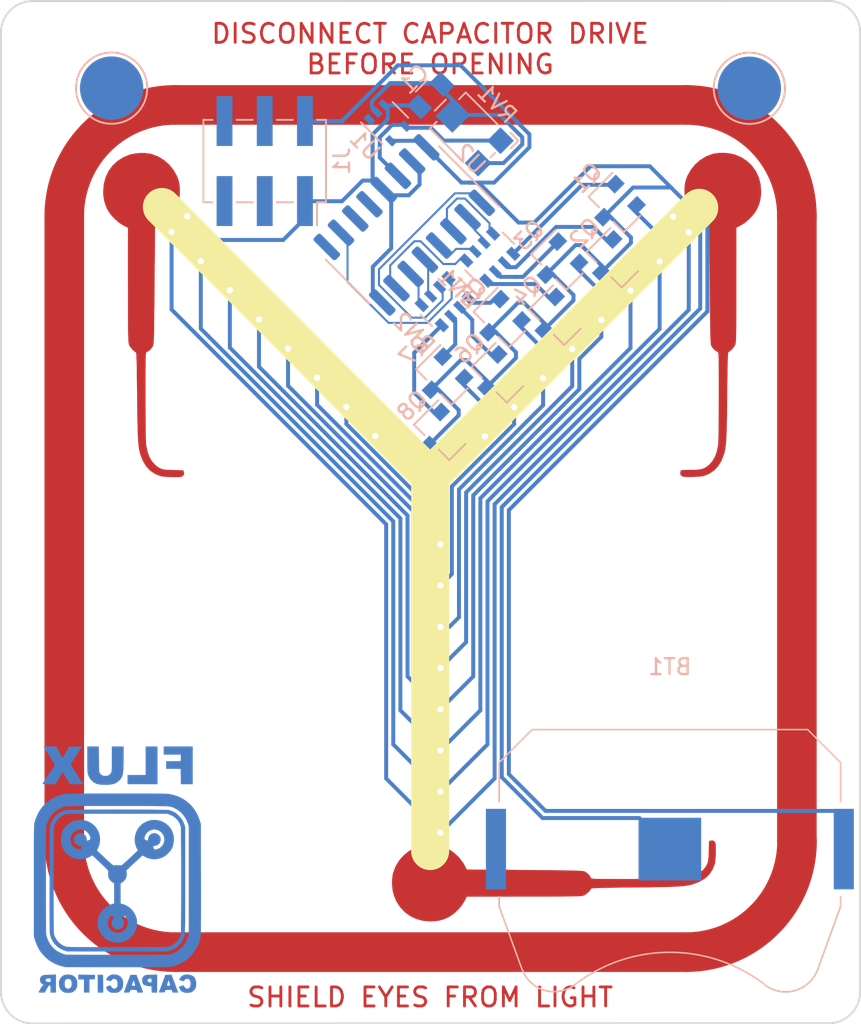
<source format=kicad_pcb>
(kicad_pcb (version 20171130) (host pcbnew "(5.1.5)-3")
  (layers (0 F.Cu signal) (31 B.Cu signal) (34 B.Paste user) (35 F.Paste user) (36 B.SilkS user) (37 F.SilkS user hide) (38 B.Mask user) (39 F.Mask user) (44 Edge.Cuts user))
  (net 0 "")
  (net 1 GND)
  (net 2 "Net-(C1-Pad1)")
  (net 3 "Net-(D1A1-Pad2)")
  (net 4 "Net-(D2A1-Pad2)")
  (net 5 "Net-(D3A1-Pad2)")
  (net 6 "Net-(D4A1-Pad2)")
  (net 7 "Net-(D5A1-Pad2)")
  (net 8 "Net-(D6A1-Pad2)")
  (net 9 "Net-(D7A1-Pad2)")
  (net 10 "Net-(D8A1-Pad2)")
  (net 11 VCC)
  (net 12 "Net-(J1-Pad5)")
  (net 13 "Net-(J1-Pad4)")
  (net 14 "Net-(J1-Pad3)")
  (net 15 LED1)
  (net 16 LED2)
  (net 17 LED3)
  (net 18 LED4)
  (net 19 LED5)
  (net 20 LED6)
  (net 21 LED7)
  (net 22 LED8)
  (net 23 "Net-(RN1-Pad4)")
  (net 24 "Net-(RN1-Pad2)")
  (net 25 "Net-(RN1-Pad3)")
  (net 26 "Net-(RN1-Pad1)")
  (net 27 "Net-(RN2-Pad1)")
  (net 28 "Net-(RN2-Pad3)")
  (net 29 "Net-(RN2-Pad2)")
  (net 30 "Net-(RN2-Pad4)")
  (net 31 "Net-(RV1-Pad1)")
  (net 32 "Net-(U2-Pad9)")
  (net 33 "Net-(U2-Pad11)")
  (net 34 "Net-(U2-Pad12)")
  (net 35 "Net-(J1-Pad6)")
  (module TO_SOT_Packages_SMD:SOT-23 (layer B.Cu) (at 120.413649 66.542111 225)
    (fp_text reference Q3 (at 0 2.5 45) (layer B.SilkS) (effects (justify mirror)))
    (fp_text value S8050)
    (pad 1 smd rect (at -1 0.95 225) (size 0.9 0.8) (layers B.Cu B.Paste B.Mask) (net 17 LED3))
    (pad 2 smd rect (at -1 -0.95 225) (size 0.9 0.8) (layers B.Cu B.Paste B.Mask) (net 5 "Net-(D3A1-Pad2)"))
    (pad 3 smd rect (at 1 0 225) (size 0.9 0.8) (layers B.Cu B.Paste B.Mask) (net 11 VCC))
  )
  (module TestPoint:TestPoint_Pad_D4.0mm (layer B.Cu) (at 92.27 55.48)
    (fp_text reference REF** hide)
    (fp_text value TestPoint_Pad_D4.0mm)
    (pad 1 smd circle (at 0 0) (size 4 4) (layers B.Cu B.Mask))
  )
  (module TestPoint:TestPoint_Pad_D4.0mm (layer B.Cu) (at 132.551061 55.49)
    (fp_text reference REF** hide)
    (fp_text value TestPoint_Pad_D4.0mm)
    (pad 1 smd circle (at 0 0) (size 4 4) (layers B.Cu B.Mask))
  )
  (module BTTF:fluxcap.F.Mask (layer B.Cu) (at 92.73 104.62 180)
    (fp_text reference G*** hide)
    (fp_text value LOGO hide)
  )
  (module BTTF:fluxcap.F.Cu (layer B.Cu) (at 92.73 104.62 180)
    (fp_text reference G*** hide)
    (fp_text value LOGO hide)
    (fp_poly (pts (xy -1.991392 2.94662) (xy -1.788538 2.887658) (xy -1.592951 2.792098) (xy -1.468585 2.707251) (xy -1.315681 2.563673) (xy -1.189148 2.391969) (xy -1.092161 2.199422) (xy -1.027896 1.993318) (xy -0.999526 1.780942) (xy -1.002304 1.637304) (xy -1.020971 1.514214) (xy -1.054798 1.37841) (xy -1.098702 1.246725) (xy -1.147599 1.13599) (xy -1.16094 1.111966) (xy -1.200297 1.045261) (xy -0.693282 0.570255) (xy -0.545213 0.432269) (xy -0.424691 0.32172) (xy -0.329074 0.236372) (xy -0.255719 0.173987) (xy -0.201984 0.132327) (xy -0.165226 0.109155) (xy -0.142803 0.102232) (xy -0.140759 0.102416) (xy -0.094438 0.10606) (xy -0.018926 0.108372) (xy 0.072708 0.109352) (xy 0.167396 0.109) (xy 0.252071 0.107316) (xy 0.313664 0.1043) (xy 0.330966 0.102416) (xy 0.353157 0.107595) (xy 0.389872 0.129738) (xy 0.443946 0.171204) (xy 0.518214 0.234354) (xy 0.61551 0.321548) (xy 0.738668 0.435146) (xy 0.805318 0.497416) (xy 0.921767 0.606382) (xy 1.031967 0.709193) (xy 1.131004 0.801285) (xy 1.213959 0.878096) (xy 1.275917 0.935062) (xy 1.31196 0.967622) (xy 1.312046 0.967697) (xy 1.389638 1.035811) (xy 1.31982 1.179364) (xy 1.237685 1.393465) (xy 1.195552 1.610821) (xy 1.192494 1.794316) (xy 1.799167 1.794316) (xy 1.808032 1.747463) (xy 1.842353 1.717125) (xy 1.867958 1.705372) (xy 1.947932 1.673444) (xy 1.996481 1.659528) (xy 2.021447 1.665817) (xy 2.030673 1.694507) (xy 2.032 1.747789) (xy 2.032 1.751263) (xy 2.051811 1.866929) (xy 2.10644 1.97042) (xy 2.188678 2.054654) (xy 2.291317 2.112547) (xy 2.407148 2.137017) (xy 2.424974 2.137368) (xy 2.542045 2.117046) (xy 2.649792 2.062318) (xy 2.739451 1.98055) (xy 2.802258 1.879108) (xy 2.825481 1.800758) (xy 2.826281 1.679515) (xy 2.791048 1.566332) (xy 2.725645 1.468228) (xy 2.635932 1.392224) (xy 2.527769 1.34534) (xy 2.435376 1.3335) (xy 2.381473 1.331744) (xy 2.35961 1.319883) (xy 2.359493 1.288032) (xy 2.36376 1.264708) (xy 2.383027 1.180588) (xy 2.404615 1.130598) (xy 2.434017 1.106654) (xy 2.475182 1.100666) (xy 2.529773 1.108131) (xy 2.604198 1.127384) (xy 2.659663 1.146032) (xy 2.798011 1.219002) (xy 2.910691 1.321173) (xy 2.994762 1.44603) (xy 3.047283 1.58706) (xy 3.065314 1.737748) (xy 3.045914 1.89158) (xy 3.025542 1.956508) (xy 2.95201 2.096245) (xy 2.849066 2.21026) (xy 2.723041 2.295514) (xy 2.580268 2.348965) (xy 2.427079 2.367573) (xy 2.269807 2.348298) (xy 2.231864 2.337606) (xy 2.111263 2.281319) (xy 2.001327 2.195968) (xy 1.908889 2.090129) (xy 1.840779 1.97238) (xy 1.803829 1.851298) (xy 1.799167 1.794316) (xy 1.192494 1.794316) (xy 1.191948 1.827051) (xy 1.225399 2.037773) (xy 1.294428 2.238608) (xy 1.397563 2.425173) (xy 1.533328 2.593088) (xy 1.70025 2.737973) (xy 1.881379 2.847819) (xy 2.072939 2.921242) (xy 2.280686 2.960795) (xy 2.49561 2.966623) (xy 2.708702 2.938875) (xy 2.910953 2.877699) (xy 3.01543 2.829259) (xy 3.17729 2.722859) (xy 3.329101 2.584146) (xy 3.46114 2.423141) (xy 3.548823 2.279614) (xy 3.593245 2.168991) (xy 3.62884 2.031483) (xy 3.652497 1.882153) (xy 3.661108 1.736061) (xy 3.661108 1.735666) (xy 3.641718 1.501849) (xy 3.584513 1.285813) (xy 3.490936 1.089509) (xy 3.362434 0.914886) (xy 3.20045 0.763892) (xy 3.006431 0.638477) (xy 2.781821 0.540591) (xy 2.772833 0.537485) (xy 2.672254 0.514123) (xy 2.545728 0.500777) (xy 2.407464 0.497422) (xy 2.271673 0.504034) (xy 2.152566 0.520586) (xy 2.084917 0.538716) (xy 1.967749 0.58514) (xy 1.852911 0.638315) (xy 1.75712 0.690329) (xy 1.734672 0.704473) (xy 1.680761 0.74007) (xy 1.173756 0.263841) (xy 1.033431 0.131652) (xy 0.921283 0.024913) (xy 0.834314 -0.059569) (xy 0.769526 -0.124985) (xy 0.723922 -0.174526) (xy 0.694504 -0.211385) (xy 0.678276 -0.238753) (xy 0.672239 -0.259823) (xy 0.67221 -0.270236) (xy 0.681456 -0.440486) (xy 0.67331 -0.576492) (xy 0.647431 -0.682757) (xy 0.639327 -0.702582) (xy 0.586728 -0.79187) (xy 0.513467 -0.879298) (xy 0.43186 -0.951986) (xy 0.359997 -0.994766) (xy 0.296333 -1.021136) (xy 0.296333 -2.300642) (xy 0.449792 -2.345552) (xy 0.655873 -2.427349) (xy 0.842181 -2.544566) (xy 1.005129 -2.693504) (xy 1.141126 -2.870465) (xy 1.246584 -3.07175) (xy 1.299007 -3.220591) (xy 1.320743 -3.331883) (xy 1.331702 -3.46683) (xy 1.331871 -3.609337) (xy 1.321239 -3.743308) (xy 1.299794 -3.852648) (xy 1.29946 -3.853783) (xy 1.229325 -4.033512) (xy 1.129798 -4.207962) (xy 1.008008 -4.367677) (xy 0.871082 -4.5032) (xy 0.738508 -4.598013) (xy 0.575998 -4.675572) (xy 0.395243 -4.732446) (xy 0.208838 -4.766209) (xy 0.029379 -4.774436) (xy -0.104242 -4.760331) (xy -0.33324 -4.695934) (xy -0.539661 -4.596339) (xy -0.721422 -4.46339) (xy -0.87644 -4.298933) (xy -1.002632 -4.10481) (xy -1.097917 -3.882867) (xy -1.099059 -3.87946) (xy -1.126854 -3.759402) (xy -1.141567 -3.61536) (xy -1.14229 -3.536245) (xy -0.5715 -3.536245) (xy -0.552021 -3.670551) (xy -0.497321 -3.806132) (xy -0.413005 -3.933068) (xy -0.304677 -4.041438) (xy -0.272101 -4.066183) (xy -0.155846 -4.12509) (xy -0.01901 -4.155994) (xy 0.126537 -4.158079) (xy 0.268928 -4.130534) (xy 0.330484 -4.107519) (xy 0.466607 -4.025813) (xy 0.574445 -3.917005) (xy 0.65157 -3.787516) (xy 0.69555 -3.643763) (xy 0.703957 -3.492168) (xy 0.674359 -3.339149) (xy 0.647406 -3.27025) (xy 0.611918 -3.200106) (xy 0.57541 -3.138864) (xy 0.558599 -3.11559) (xy 0.518364 -3.066764) (xy 0.39783 -3.121946) (xy 0.277295 -3.177129) (xy 0.35759 -3.257424) (xy 0.426983 -3.354486) (xy 0.461877 -3.465855) (xy 0.463194 -3.582656) (xy 0.431858 -3.696016) (xy 0.368791 -3.79706) (xy 0.294488 -3.864196) (xy 0.183082 -3.918386) (xy 0.06747 -3.9345) (xy -0.045452 -3.915312) (xy -0.148788 -3.863598) (xy -0.235642 -3.782132) (xy -0.299119 -3.67369) (xy -0.317974 -3.617739) (xy -0.327444 -3.504121) (xy -0.298512 -3.387984) (xy -0.233476 -3.27847) (xy -0.232457 -3.277198) (xy -0.195598 -3.228704) (xy -0.174545 -3.195776) (xy -0.1725 -3.187758) (xy -0.193706 -3.175296) (xy -0.240284 -3.149257) (xy -0.279937 -3.127442) (xy -0.379958 -3.072729) (xy -0.444681 -3.160739) (xy -0.507828 -3.27136) (xy -0.552311 -3.398782) (xy -0.571267 -3.522685) (xy -0.5715 -3.536245) (xy -1.14229 -3.536245) (xy -1.142954 -3.463689) (xy -1.130774 -3.320742) (xy -1.108869 -3.215919) (xy -1.022567 -2.994514) (xy -0.903908 -2.798701) (xy -0.755312 -2.630831) (xy -0.5792 -2.493257) (xy -0.377991 -2.388332) (xy -0.195792 -2.328262) (xy -0.105833 -2.305535) (xy -0.105833 -1.021136) (xy -0.169497 -0.994766) (xy -0.246566 -0.947924) (xy -0.327268 -0.874957) (xy -0.399088 -0.78887) (xy -0.448631 -0.704674) (xy -0.483009 -0.58667) (xy -0.494366 -0.449571) (xy -0.481322 -0.310668) (xy -0.480482 -0.306367) (xy -0.463548 -0.22115) (xy -0.858179 0.148717) (xy -0.9732 0.25644) (xy -1.084898 0.360906) (xy -1.187383 0.456614) (xy -1.274762 0.538067) (xy -1.341145 0.599767) (xy -1.371148 0.627506) (xy -1.489485 0.736429) (xy -1.564951 0.689968) (xy -1.777589 0.581232) (xy -1.993548 0.514684) (xy -2.212509 0.490336) (xy -2.434156 0.508197) (xy -2.658172 0.568279) (xy -2.836809 0.645704) (xy -2.922775 0.700541) (xy -3.021369 0.781212) (xy -3.122623 0.877751) (xy -3.21657 0.980193) (xy -3.293242 1.078573) (xy -3.331708 1.140459) (xy -3.406374 1.320752) (xy -3.452981 1.521959) (xy -3.46842 1.710069) (xy -2.876676 1.710069) (xy -2.854012 1.564366) (xy -2.803059 1.440286) (xy -2.719938 1.321065) (xy -2.615488 1.223087) (xy -2.49798 1.151703) (xy -2.375688 1.112263) (xy -2.287401 1.106763) (xy -2.233792 1.116968) (xy -2.207297 1.145062) (xy -2.200877 1.164166) (xy -2.179341 1.246024) (xy -2.170122 1.295291) (xy -2.176969 1.320837) (xy -2.203633 1.331528) (xy -2.253862 1.336232) (xy -2.274302 1.337819) (xy -2.400959 1.367153) (xy -2.503846 1.429648) (xy -2.579296 1.521212) (xy -2.62364 1.63775) (xy -2.634281 1.739637) (xy -2.629696 1.821752) (xy -2.611048 1.884582) (xy -2.571654 1.950526) (xy -2.571114 1.951303) (xy -2.483949 2.045595) (xy -2.382781 2.105314) (xy -2.274301 2.132173) (xy -2.165203 2.127883) (xy -2.062179 2.094158) (xy -1.971923 2.032709) (xy -1.901126 1.945248) (xy -1.856481 1.833488) (xy -1.845773 1.765737) (xy -1.839712 1.704212) (xy -1.828509 1.670428) (xy -1.803621 1.661323) (xy -1.756508 1.673833) (xy -1.678627 1.704894) (xy -1.677458 1.705372) (xy -1.630951 1.735672) (xy -1.609752 1.781989) (xy -1.61327 1.850281) (xy -1.640914 1.946504) (xy -1.650798 1.973683) (xy -1.718768 2.098324) (xy -1.818794 2.206533) (xy -1.941851 2.292093) (xy -2.078915 2.348791) (xy -2.220959 2.370412) (xy -2.226998 2.37046) (xy -2.383341 2.351899) (xy -2.524 2.299206) (xy -2.64568 2.217705) (xy -2.745084 2.112717) (xy -2.818916 1.989567) (xy -2.863879 1.853577) (xy -2.876676 1.710069) (xy -3.46842 1.710069) (xy -3.470237 1.732197) (xy -3.456852 1.939584) (xy -3.432022 2.06375) (xy -3.357963 2.270522) (xy -3.252332 2.453425) (xy -3.119445 2.611045) (xy -2.963616 2.741968) (xy -2.789162 2.844779) (xy -2.600397 2.918064) (xy -2.401636 2.960409) (xy -2.197196 2.970399) (xy -1.991392 2.94662)) (layer B.Cu) (width 0.01))
    (fp_poly (pts (xy 0.229301 3.623439) (xy 0.555369 3.623107) (xy 0.877358 3.622446) (xy 1.19237 3.621455) (xy 1.497504 3.620136) (xy 1.789859 3.618489) (xy 2.066533 3.616513) (xy 2.324628 3.614209) (xy 2.561242 3.611577) (xy 2.773474 3.608618) (xy 2.958425 3.605332) (xy 3.113193 3.601719) (xy 3.234878 3.59778) (xy 3.320579 3.593514) (xy 3.367396 3.588923) (xy 3.371624 3.588022) (xy 3.588364 3.510143) (xy 3.789267 3.395322) (xy 3.969539 3.247485) (xy 4.124388 3.070558) (xy 4.248254 2.869979) (xy 4.263959 2.839937) (xy 4.278237 2.813265) (xy 4.291159 2.787921) (xy 4.302798 2.761865) (xy 4.313224 2.733054) (xy 4.32251 2.699448) (xy 4.330726 2.659005) (xy 4.337945 2.609685) (xy 4.344238 2.549446) (xy 4.349676 2.476246) (xy 4.354331 2.388045) (xy 4.358275 2.2828) (xy 4.361579 2.158472) (xy 4.364314 2.013019) (xy 4.366553 1.844398) (xy 4.368366 1.65057) (xy 4.369825 1.429493) (xy 4.371003 1.179126) (xy 4.37197 0.897427) (xy 4.372797 0.582355) (xy 4.373557 0.231869) (xy 4.374321 -0.156072) (xy 4.375161 -0.58351) (xy 4.375524 -0.76114) (xy 4.37641 -1.204156) (xy 4.377132 -1.606866) (xy 4.377673 -1.971295) (xy 4.37802 -2.299471) (xy 4.378155 -2.593419) (xy 4.378064 -2.855166) (xy 4.377732 -3.086739) (xy 4.377143 -3.290164) (xy 4.376281 -3.467467) (xy 4.375131 -3.620675) (xy 4.373677 -3.751814) (xy 4.371905 -3.862911) (xy 4.369799 -3.955992) (xy 4.367343 -4.033084) (xy 4.364521 -4.096213) (xy 4.361319 -4.147405) (xy 4.357721 -4.188687) (xy 4.353712 -4.222085) (xy 4.349275 -4.249626) (xy 4.348935 -4.251459) (xy 4.286142 -4.473416) (xy 4.184933 -4.680378) (xy 4.047967 -4.867604) (xy 3.944112 -4.973656) (xy 3.807306 -5.084918) (xy 3.662299 -5.172811) (xy 3.494241 -5.245921) (xy 3.439583 -5.265409) (xy 3.27025 -5.323417) (xy 0.15875 -5.326493) (xy -0.201418 -5.326792) (xy -0.550348 -5.326968) (xy -0.88566 -5.327026) (xy -1.204974 -5.32697) (xy -1.505911 -5.326805) (xy -1.78609 -5.326534) (xy -2.043131 -5.326161) (xy -2.274655 -5.325691) (xy -2.478282 -5.325128) (xy -2.651632 -5.324476) (xy -2.792325 -5.323738) (xy -2.897982 -5.322921) (xy -2.966221 -5.322026) (xy -2.994664 -5.32106) (xy -2.995083 -5.320993) (xy -3.039293 -5.312097) (xy -3.10686 -5.298561) (xy -3.153833 -5.289173) (xy -3.240953 -5.265501) (xy -3.344106 -5.228197) (xy -3.44954 -5.183192) (xy -3.543501 -5.136418) (xy -3.612236 -5.093807) (xy -3.619045 -5.088526) (xy -3.770002 -4.956968) (xy -3.889555 -4.828996) (xy -3.986294 -4.694318) (xy -4.060802 -4.559172) (xy -4.076241 -4.528371) (xy -4.090294 -4.500504) (xy -4.103026 -4.473548) (xy -4.114503 -4.445482) (xy -4.124788 -4.414282) (xy -4.133949 -4.377924) (xy -4.142048 -4.334388) (xy -4.149152 -4.281648) (xy -4.155325 -4.217684) (xy -4.160633 -4.140471) (xy -4.165139 -4.047986) (xy -4.16891 -3.938208) (xy -4.172011 -3.809113) (xy -4.174505 -3.658678) (xy -4.176459 -3.484881) (xy -4.177937 -3.285698) (xy -4.179004 -3.059106) (xy -4.179726 -2.803083) (xy -4.180167 -2.515606) (xy -4.180391 -2.194652) (xy -4.180466 -1.838199) (xy -4.180454 -1.444222) (xy -4.180421 -1.0107) (xy -4.180418 -0.868471) (xy -3.937661 -0.868471) (xy -3.937597 -1.199115) (xy -3.937318 -1.52682) (xy -3.936824 -1.848759) (xy -3.936115 -2.162108) (xy -3.93519 -2.464042) (xy -3.934049 -2.751735) (xy -3.932692 -3.022363) (xy -3.931118 -3.273101) (xy -3.929326 -3.501124) (xy -3.927317 -3.703607) (xy -3.92509 -3.877724) (xy -3.922644 -4.020652) (xy -3.91998 -4.129565) (xy -3.917095 -4.201638) (xy -3.91417 -4.233334) (xy -3.850766 -4.418722) (xy -3.751028 -4.591506) (xy -3.620406 -4.745865) (xy -3.464352 -4.87598) (xy -3.288318 -4.976029) (xy -3.179282 -5.017965) (xy -3.161339 -5.023207) (xy -3.140514 -5.027955) (xy -3.114729 -5.032234) (xy -3.081903 -5.036069) (xy -3.039959 -5.039485) (xy -2.986817 -5.042508) (xy -2.920398 -5.045163) (xy -2.838622 -5.047475) (xy -2.73941 -5.04947) (xy -2.620685 -5.051173) (xy -2.480365 -5.052609) (xy -2.316372 -5.053803) (xy -2.126628 -5.054781) (xy -1.909052 -5.055568) (xy -1.661566 -5.05619) (xy -1.382091 -5.056671) (xy -1.068547 -5.057038) (xy -0.718855 -5.057314) (xy -0.330937 -5.057526) (xy 0.086116 -5.057695) (xy 0.515918 -5.057819) (xy 0.905433 -5.057849) (xy 1.256712 -5.057765) (xy 1.571802 -5.057546) (xy 1.85275 -5.057172) (xy 2.101605 -5.056622) (xy 2.320415 -5.055875) (xy 2.511228 -5.054911) (xy 2.676092 -5.053708) (xy 2.817055 -5.052247) (xy 2.936166 -5.050505) (xy 3.035471 -5.048463) (xy 3.117019 -5.0461) (xy 3.182858 -5.043396) (xy 3.235037 -5.040328) (xy 3.275603 -5.036878) (xy 3.306604 -5.033023) (xy 3.330088 -5.028743) (xy 3.345783 -5.024723) (xy 3.510053 -4.963528) (xy 3.651616 -4.881068) (xy 3.7855 -4.76825) (xy 3.810303 -4.743653) (xy 3.933463 -4.596289) (xy 4.03104 -4.432924) (xy 4.096118 -4.26561) (xy 4.105432 -4.229273) (xy 4.108468 -4.194627) (xy 4.111293 -4.118445) (xy 4.113902 -4.001523) (xy 4.11629 -3.844658) (xy 4.118451 -3.648647) (xy 4.120381 -3.414286) (xy 4.122075 -3.142372) (xy 4.123528 -2.833702) (xy 4.124734 -2.489071) (xy 4.125688 -2.109278) (xy 4.126386 -1.695118) (xy 4.126822 -1.247387) (xy 4.126982 -0.845217) (xy 4.127021 -0.405034) (xy 4.126979 -0.005185) (xy 4.126838 0.356327) (xy 4.126576 0.6815) (xy 4.126174 0.972333) (xy 4.125614 1.230825) (xy 4.124874 1.458972) (xy 4.123936 1.658775) (xy 4.122779 1.832231) (xy 4.121384 1.981338) (xy 4.119731 2.108094) (xy 4.1178 2.214499) (xy 4.115572 2.30255) (xy 4.113028 2.374245) (xy 4.110146 2.431583) (xy 4.106908 2.476563) (xy 4.103294 2.511181) (xy 4.099284 2.537437) (xy 4.094859 2.55733) (xy 4.09337 2.562616) (xy 4.011865 2.769202) (xy 3.898909 2.949999) (xy 3.757161 3.102354) (xy 3.589278 3.22361) (xy 3.397919 3.311113) (xy 3.320394 3.33475) (xy 3.299482 3.338957) (xy 3.268572 3.342769) (xy 3.225692 3.346205) (xy 3.168867 3.349283) (xy 3.096125 3.352022) (xy 3.005493 3.35444) (xy 2.894996 3.356557) (xy 2.762662 3.358391) (xy 2.606517 3.35996) (xy 2.424587 3.361283) (xy 2.214901 3.362379) (xy 1.975483 3.363267) (xy 1.70436 3.363964) (xy 1.39956 3.36449) (xy 1.059109 3.364864) (xy 0.681034 3.365104) (xy 0.26336 3.365228) (xy 0.091051 3.365249) (xy -3.024648 3.3655) (xy -3.193187 3.312259) (xy -3.379218 3.232138) (xy -3.546478 3.117826) (xy -3.689998 2.97477) (xy -3.804807 2.808418) (xy -3.885934 2.624217) (xy -3.913182 2.523083) (xy -3.916284 2.487327) (xy -3.919178 2.412136) (xy -3.921863 2.300337) (xy -3.924339 2.154754) (xy -3.926606 1.978212) (xy -3.928662 1.773535) (xy -3.930509 1.543549) (xy -3.932145 1.29108) (xy -3.933569 1.018951) (xy -3.934783 0.729987) (xy -3.935784 0.427014) (xy -3.936573 0.112857) (xy -3.937149 -0.209659) (xy -3.937512 -0.53771) (xy -3.937661 -0.868471) (xy -4.180418 -0.868471) (xy -4.180417 -0.836084) (xy -4.180417 2.529416) (xy -4.133403 2.677814) (xy -4.04271 2.896495) (xy -3.917774 3.093784) (xy -3.762472 3.265982) (xy -3.580681 3.409391) (xy -3.376279 3.520312) (xy -3.178588 3.588683) (xy -3.139431 3.593328) (xy -3.060842 3.597639) (xy -2.945723 3.601616) (xy -2.796974 3.605261) (xy -2.617495 3.608572) (xy -2.410186 3.611551) (xy -2.17795 3.614197) (xy -1.923685 3.616512) (xy -1.650293 3.618494) (xy -1.360674 3.620145) (xy -1.057729 3.621465) (xy -0.744358 3.622454) (xy -0.423463 3.623112) (xy -0.097943 3.62344) (xy 0.229301 3.623439)) (layer B.Cu) (width 0.01))
    (fp_poly (pts (xy 2.734767 7.594) (xy 3.142311 7.58825) (xy 3.29535 7.323666) (xy 3.355662 7.219858) (xy 3.413605 7.120951) (xy 3.463397 7.036763) (xy 3.499253 6.97711) (xy 3.505121 6.96757) (xy 3.561854 6.876057) (xy 3.622683 6.994855) (xy 3.665626 7.075396) (xy 3.710868 7.155209) (xy 3.736173 7.197073) (xy 3.767363 7.24827) (xy 3.78625 7.282721) (xy 3.788833 7.289637) (xy 3.798676 7.310933) (xy 3.824856 7.359532) (xy 3.862347 7.426186) (xy 3.87533 7.448807) (xy 3.961826 7.598833) (xy 4.363215 7.598833) (xy 4.505156 7.59838) (xy 4.609588 7.596781) (xy 4.681324 7.593675) (xy 4.725182 7.588703) (xy 4.745976 7.581505) (xy 4.748523 7.57172) (xy 4.747677 7.570087) (xy 4.727293 7.537129) (xy 4.687401 7.474042) (xy 4.631472 7.386252) (xy 4.562981 7.279183) (xy 4.485398 7.158259) (xy 4.402196 7.028905) (xy 4.316848 6.896546) (xy 4.281618 6.842016) (xy 4.217487 6.742088) (xy 4.158945 6.64954) (xy 4.11115 6.572625) (xy 4.079261 6.519592) (xy 4.072087 6.506863) (xy 4.03652 6.44082) (xy 4.43126 5.843944) (xy 4.524737 5.702331) (xy 4.610313 5.572168) (xy 4.685291 5.457599) (xy 4.746972 5.362771) (xy 4.792656 5.291826) (xy 4.819648 5.248911) (xy 4.826 5.237618) (xy 4.805908 5.234698) (xy 4.749929 5.232145) (xy 4.66451 5.230107) (xy 4.556096 5.228733) (xy 4.431134 5.228172) (xy 4.416944 5.228166) (xy 4.007889 5.228166) (xy 3.91213 5.381625) (xy 3.859862 5.465651) (xy 3.794982 5.570333) (xy 3.727036 5.680258) (xy 3.68316 5.75142) (xy 3.630456 5.834129) (xy 3.584755 5.900495) (xy 3.550874 5.943883) (xy 3.533633 5.957658) (xy 3.533452 5.957563) (xy 3.517878 5.937097) (xy 3.48411 5.886003) (xy 3.435744 5.809946) (xy 3.376377 5.714592) (xy 3.309605 5.605608) (xy 3.298767 5.587767) (xy 3.080577 5.228166) (xy 2.672705 5.228166) (xy 2.546537 5.228764) (xy 2.436232 5.230428) (xy 2.348245 5.232966) (xy 2.289031 5.236187) (xy 2.265046 5.239899) (xy 2.264833 5.240291) (xy 2.276121 5.260178) (xy 2.30818 5.311123) (xy 2.358299 5.388962) (xy 2.42377 5.489527) (xy 2.501884 5.608653) (xy 2.589931 5.742174) (xy 2.659944 5.847881) (xy 2.753745 5.989943) (xy 2.839589 6.121297) (xy 2.914754 6.237672) (xy 2.976519 6.334799) (xy 3.022161 6.408408) (xy 3.048957 6.454228) (xy 3.055055 6.467675) (xy 3.043672 6.497643) (xy 3.014485 6.548178) (xy 2.989949 6.585044) (xy 2.959769 6.629413) (xy 2.910961 6.702597) (xy 2.847921 6.797888) (xy 2.775044 6.908577) (xy 2.696726 7.027954) (xy 2.617362 7.149311) (xy 2.541348 7.265937) (xy 2.47308 7.371124) (xy 2.416952 7.458162) (xy 2.381679 7.513486) (xy 2.327223 7.599751) (xy 2.734767 7.594)) (layer B.Cu) (width 0.01))
    (fp_poly (pts (xy -1.693333 5.799666) (xy -0.550333 5.799666) (xy -0.550333 5.228166) (xy -2.434167 5.228166) (xy -2.434167 7.598833) (xy -1.693333 7.598833) (xy -1.693333 5.799666)) (layer B.Cu) (width 0.01))
    (fp_poly (pts (xy -2.836333 7.090833) (xy -3.917366 7.090833) (xy -3.90525 6.678083) (xy -3.444875 6.672379) (xy -2.9845 6.666674) (xy -2.9845 6.202659) (xy -3.444875 6.196954) (xy -3.90525 6.19125) (xy -3.916628 5.228166) (xy -4.656667 5.228166) (xy -4.656667 7.598833) (xy -2.836333 7.598833) (xy -2.836333 7.090833)) (layer B.Cu) (width 0.01))
    (fp_poly (pts (xy 0.4445 6.820151) (xy 0.444564 6.617928) (xy 0.44492 6.453508) (xy 0.445817 6.322362) (xy 0.4475 6.21996) (xy 0.450218 6.141771) (xy 0.454216 6.083266) (xy 0.459743 6.039915) (xy 0.467046 6.007189) (xy 0.476371 5.980556) (xy 0.487966 5.955488) (xy 0.492125 5.947197) (xy 0.564786 5.847057) (xy 0.663568 5.778412) (xy 0.784367 5.743115) (xy 0.923076 5.743025) (xy 0.939016 5.745209) (xy 1.059809 5.781709) (xy 1.154073 5.851147) (xy 1.210938 5.931128) (xy 1.223457 5.955604) (xy 1.233656 5.980429) (xy 1.241815 6.010078) (xy 1.248215 6.049029) (xy 1.253136 6.10176) (xy 1.256861 6.172747) (xy 1.259668 6.266468) (xy 1.26184 6.387399) (xy 1.263657 6.540019) (xy 1.265401 6.728804) (xy 1.266097 6.810375) (xy 1.272778 7.598833) (xy 1.989667 7.598833) (xy 1.989667 6.783249) (xy 1.989559 6.574529) (xy 1.989091 6.403529) (xy 1.98805 6.265638) (xy 1.986221 6.156243) (xy 1.983388 6.070731) (xy 1.979336 6.004491) (xy 1.973852 5.952909) (xy 1.96672 5.911374) (xy 1.957725 5.875272) (xy 1.946653 5.839992) (xy 1.945598 5.836848) (xy 1.884212 5.684682) (xy 1.809036 5.560167) (xy 1.710924 5.448876) (xy 1.68304 5.422614) (xy 1.585749 5.341708) (xy 1.492758 5.2852) (xy 1.387791 5.244882) (xy 1.274868 5.216757) (xy 1.17335 5.202016) (xy 1.042392 5.19283) (xy 0.894524 5.189221) (xy 0.742277 5.191214) (xy 0.59818 5.198832) (xy 0.474765 5.212099) (xy 0.455083 5.215194) (xy 0.287295 5.257342) (xy 0.14349 5.326552) (xy 0.010585 5.429444) (xy -0.013142 5.452005) (xy -0.076285 5.517739) (xy -0.129392 5.584119) (xy -0.173312 5.655382) (xy -0.208892 5.735762) (xy -0.236978 5.829494) (xy -0.25842 5.940813) (xy -0.274064 6.073954) (xy -0.284759 6.233152) (xy -0.291351 6.422642) (xy -0.294688 6.646659) (xy -0.295595 6.863291) (xy -0.296333 7.598833) (xy 0.4445 7.598833) (xy 0.4445 6.820151)) (layer B.Cu) (width 0.01))
    (fp_poly (pts (xy 0.377288 4.635016) (xy 0.699443 4.634665) (xy 1.016018 4.634105) (xy 1.32402 4.633335) (xy 1.620453 4.632356) (xy 1.902323 4.631169) (xy 2.166636 4.629774) (xy 2.410397 4.628172) (xy 2.630612 4.626363) (xy 2.824285 4.624348) (xy 2.988424 4.622128) (xy 3.120032 4.619702) (xy 3.216116 4.617072) (xy 3.273681 4.614238) (xy 3.280748 4.613601) (xy 3.558853 4.568861) (xy 3.819304 4.493337) (xy 4.021667 4.409591) (xy 4.302299 4.257186) (xy 4.552179 4.076071) (xy 4.771607 3.865882) (xy 4.960882 3.626251) (xy 5.120304 3.356813) (xy 5.250173 3.057202) (xy 5.327615 2.815166) (xy 5.332523 2.79583) (xy 5.336992 2.773556) (xy 5.341042 2.746379) (xy 5.344695 2.712335) (xy 5.347971 2.66946) (xy 5.350889 2.615789) (xy 5.353471 2.549358) (xy 5.355737 2.468204) (xy 5.357708 2.370361) (xy 5.359404 2.253865) (xy 5.360844 2.116752) (xy 5.362051 1.957058) (xy 5.363044 1.772818) (xy 5.363844 1.562067) (xy 5.364471 1.322843) (xy 5.364946 1.05318) (xy 5.365288 0.751114) (xy 5.36552 0.41468) (xy 5.36566 0.041915) (xy 5.36573 -0.369146) (xy 5.36575 -0.820467) (xy 5.36575 -4.370917) (xy 5.317089 -4.550834) (xy 5.256898 -4.737225) (xy 5.176375 -4.934162) (xy 5.083365 -5.124191) (xy 4.98571 -5.289857) (xy 4.983587 -5.293067) (xy 4.901295 -5.404208) (xy 4.796352 -5.526713) (xy 4.678355 -5.650862) (xy 4.556901 -5.766934) (xy 4.441585 -5.86521) (xy 4.360333 -5.924397) (xy 4.144125 -6.050118) (xy 3.91187 -6.157465) (xy 3.680202 -6.239059) (xy 3.604725 -6.259573) (xy 3.376083 -6.316568) (xy 0.179917 -6.32028) (xy -0.186818 -6.320593) (xy -0.543346 -6.320677) (xy -0.887236 -6.320542) (xy -1.216056 -6.320197) (xy -1.527377 -6.319652) (xy -1.818765 -6.318918) (xy -2.087791 -6.318003) (xy -2.332022 -6.316917) (xy -2.549027 -6.315671) (xy -2.736375 -6.314273) (xy -2.891635 -6.312734) (xy -3.012375 -6.311064) (xy -3.096164 -6.309272) (xy -3.140571 -6.307368) (xy -3.144721 -6.306947) (xy -3.456446 -6.246458) (xy -3.746603 -6.150005) (xy -4.017763 -6.016399) (xy -4.272497 -5.844454) (xy -4.427339 -5.714425) (xy -4.624998 -5.50957) (xy -4.798265 -5.278286) (xy -4.943435 -5.02762) (xy -5.056803 -4.76462) (xy -5.134663 -4.496332) (xy -5.166023 -4.309431) (xy -5.169405 -4.257837) (xy -5.172402 -4.165123) (xy -5.175016 -4.031182) (xy -5.177246 -3.855908) (xy -5.179093 -3.639196) (xy -5.180557 -3.38094) (xy -5.181639 -3.081035) (xy -5.18234 -2.739375) (xy -5.182659 -2.355853) (xy -5.182597 -1.930365) (xy -5.182155 -1.462804) (xy -5.181333 -0.953065) (xy -5.180838 -0.709084) (xy -5.173779 2.57175) (xy -4.41325 2.57175) (xy -4.41325 -4.28625) (xy -4.353821 -4.461824) (xy -4.255532 -4.692424) (xy -4.12531 -4.90349) (xy -3.967335 -5.091196) (xy -3.785787 -5.251716) (xy -3.584847 -5.381227) (xy -3.368694 -5.475904) (xy -3.194407 -5.522682) (xy -3.160688 -5.525162) (xy -3.087496 -5.527488) (xy -2.977694 -5.529658) (xy -2.834141 -5.531671) (xy -2.659699 -5.533526) (xy -2.457229 -5.535221) (xy -2.229592 -5.536756) (xy -1.979649 -5.538127) (xy -1.710262 -5.539335) (xy -1.42429 -5.540378) (xy -1.124595 -5.541255) (xy -0.814038 -5.541964) (xy -0.49548 -5.542504) (xy -0.171781 -5.542874) (xy 0.154196 -5.543072) (xy 0.479591 -5.543097) (xy 0.801543 -5.542947) (xy 1.117191 -5.542622) (xy 1.423674 -5.54212) (xy 1.718131 -5.54144) (xy 1.997701 -5.54058) (xy 2.259524 -5.539539) (xy 2.500737 -5.538315) (xy 2.71848 -5.536908) (xy 2.909892 -5.535316) (xy 3.072112 -5.533537) (xy 3.202279 -5.531571) (xy 3.297532 -5.529416) (xy 3.35501 -5.52707) (xy 3.369242 -5.525739) (xy 3.497334 -5.493541) (xy 3.64238 -5.438841) (xy 3.790361 -5.367999) (xy 3.927259 -5.287374) (xy 3.987044 -5.245475) (xy 4.168356 -5.083755) (xy 4.324696 -4.891356) (xy 4.452091 -4.674357) (xy 4.54657 -4.438839) (xy 4.571805 -4.350513) (xy 4.577419 -4.327812) (xy 4.582516 -4.304333) (xy 4.587121 -4.278027) (xy 4.591259 -4.246845) (xy 4.594954 -4.208736) (xy 4.598231 -4.161651) (xy 4.601116 -4.103542) (xy 4.603632 -4.032358) (xy 4.605806 -3.946051) (xy 4.607661 -3.84257) (xy 4.609224 -3.719866) (xy 4.610518 -3.57589) (xy 4.611568 -3.408593) (xy 4.6124 -3.215924) (xy 4.613038 -2.995835) (xy 4.613507 -2.746276) (xy 4.613832 -2.465198) (xy 4.614038 -2.15055) (xy 4.61415 -1.800285) (xy 4.614192 -1.412352) (xy 4.61419 -0.984701) (xy 4.614185 -0.859156) (xy 4.614156 -0.420199) (xy 4.614095 -0.021517) (xy 4.613975 0.338947) (xy 4.613772 0.663249) (xy 4.61346 0.953449) (xy 4.613014 1.211603) (xy 4.612408 1.439768) (xy 4.611617 1.640004) (xy 4.610615 1.814366) (xy 4.609378 1.964913) (xy 4.60788 2.093702) (xy 4.606095 2.20279) (xy 4.603999 2.294236) (xy 4.601566 2.370096) (xy 4.59877 2.432429) (xy 4.595586 2.483292) (xy 4.591989 2.524741) (xy 4.587954 2.558836) (xy 4.583455 2.587633) (xy 4.578466 2.61319) (xy 4.572963 2.637565) (xy 4.570998 2.645833) (xy 4.491166 2.892446) (xy 4.375765 3.118292) (xy 4.227229 3.320341) (xy 4.047995 3.495559) (xy 3.840499 3.640915) (xy 3.720602 3.704474) (xy 3.680421 3.723993) (xy 3.644192 3.741718) (xy 3.609803 3.757737) (xy 3.57514 3.772135) (xy 3.538093 3.784998) (xy 3.496549 3.796413) (xy 3.448395 3.806466) (xy 3.39152 3.815243) (xy 3.323812 3.822829) (xy 3.243158 3.829312) (xy 3.147446 3.834777) (xy 3.034565 3.839311) (xy 2.902402 3.842999) (xy 2.748844 3.845928) (xy 2.571781 3.848184) (xy 2.369099 3.849852) (xy 2.138687 3.85102) (xy 1.878433 3.851773) (xy 1.586224 3.852198) (xy 1.259948 3.85238) (xy 0.897493 3.852406) (xy 0.496747 3.852362) (xy 0.09525 3.852333) (xy -0.342042 3.852364) (xy -0.739114 3.8524) (xy -1.09808 3.852359) (xy -1.421053 3.852155) (xy -1.710146 3.851706) (xy -1.967474 3.850927) (xy -2.195149 3.849735) (xy -2.395284 3.848045) (xy -2.569995 3.845774) (xy -2.721393 3.842839) (xy -2.851592 3.839155) (xy -2.962706 3.834639) (xy -3.056848 3.829206) (xy -3.136132 3.822773) (xy -3.202671 3.815257) (xy -3.258579 3.806572) (xy -3.305968 3.796636) (xy -3.346953 3.785365) (xy -3.383647 3.772675) (xy -3.418163 3.758482) (xy -3.452615 3.742702) (xy -3.489116 3.725251) (xy -3.523826 3.708812) (xy -3.741682 3.584338) (xy -3.935656 3.426518) (xy -4.102774 3.238816) (xy -4.240064 3.024695) (xy -4.344553 2.787618) (xy -4.363542 2.7305) (xy -4.41325 2.57175) (xy -5.173779 2.57175) (xy -5.173505 2.69875) (xy -5.12741 2.858286) (xy -5.037689 3.125058) (xy -4.928837 3.364244) (xy -4.794437 3.588638) (xy -4.685624 3.738724) (xy -4.484112 3.965028) (xy -4.254268 4.161295) (xy -3.999224 4.325805) (xy -3.722114 4.456841) (xy -3.426073 4.552683) (xy -3.114232 4.611614) (xy -3.088288 4.614729) (xy -3.041784 4.61759) (xy -2.955942 4.620234) (xy -2.833756 4.62266) (xy -2.678221 4.624869) (xy -2.492331 4.626862) (xy -2.279081 4.62864) (xy -2.041465 4.630202) (xy -1.782478 4.631549) (xy -1.505114 4.632683) (xy -1.212368 4.633603) (xy -0.907234 4.634309) (xy -0.592707 4.634803) (xy -0.271781 4.635085) (xy 0.052549 4.635156) (xy 0.377288 4.635016)) (layer B.Cu) (width 0.01))
    (fp_poly (pts (xy 4.365625 -6.798739) (xy 4.528076 -6.803425) (xy 4.654049 -6.81085) (xy 4.749385 -6.8228) (xy 4.819928 -6.841063) (xy 4.871523 -6.867429) (xy 4.910011 -6.903683) (xy 4.941237 -6.951615) (xy 4.955294 -6.979156) (xy 4.985355 -7.084985) (xy 4.978454 -7.190884) (xy 4.938133 -7.287614) (xy 4.867934 -7.365935) (xy 4.790053 -7.410137) (xy 4.73075 -7.432892) (xy 4.788067 -7.463155) (xy 4.827884 -7.496692) (xy 4.876315 -7.555001) (xy 4.921019 -7.622471) (xy 4.964783 -7.700718) (xy 5.005259 -7.779265) (xy 5.037383 -7.847605) (xy 5.05609 -7.895232) (xy 5.058833 -7.908335) (xy 5.039246 -7.911867) (xy 4.986801 -7.914601) (xy 4.91097 -7.916138) (xy 4.869442 -7.916334) (xy 4.68005 -7.916334) (xy 4.580379 -7.731125) (xy 4.522686 -7.626174) (xy 4.478896 -7.553564) (xy 4.444334 -7.507595) (xy 4.414325 -7.482569) (xy 4.384193 -7.472788) (xy 4.367636 -7.471834) (xy 4.345548 -7.473405) (xy 4.331231 -7.483147) (xy 4.323 -7.508599) (xy 4.319171 -7.557301) (xy 4.318062 -7.636794) (xy 4.318 -7.694084) (xy 4.318 -7.916334) (xy 3.979333 -7.916334) (xy 3.979333 -7.027334) (xy 4.318 -7.027334) (xy 4.318 -7.260167) (xy 4.418542 -7.259855) (xy 4.491488 -7.254015) (xy 4.555138 -7.23972) (xy 4.572 -7.232906) (xy 4.618446 -7.18902) (xy 4.631417 -7.150598) (xy 4.620148 -7.09213) (xy 4.57198 -7.05167) (xy 4.488864 -7.030411) (xy 4.429707 -7.027334) (xy 4.318 -7.027334) (xy 3.979333 -7.027334) (xy 3.979333 -6.790463) (xy 4.365625 -6.798739)) (layer B.Cu) (width 0.01))
    (fp_poly (pts (xy 2.561167 -7.090834) (xy 2.201333 -7.090834) (xy 2.201333 -7.916334) (xy 1.862667 -7.916334) (xy 1.862667 -7.092546) (xy 1.513417 -7.08025) (xy 1.513417 -6.805084) (xy 2.037292 -6.799422) (xy 2.561167 -6.793761) (xy 2.561167 -7.090834)) (layer B.Cu) (width 0.01))
    (fp_poly (pts (xy 1.3335 -7.916334) (xy 0.99413 -7.916334) (xy 0.999773 -7.360709) (xy 1.005417 -6.805084) (xy 1.169458 -6.798901) (xy 1.3335 -6.792719) (xy 1.3335 -7.916334)) (layer B.Cu) (width 0.01))
    (fp_poly (pts (xy -0.674832 -6.95325) (xy -0.648074 -7.022499) (xy -0.610407 -7.121557) (xy -0.565572 -7.240512) (xy -0.517305 -7.369455) (xy -0.479217 -7.471834) (xy -0.434861 -7.591328) (xy -0.394877 -7.698861) (xy -0.361873 -7.787436) (xy -0.338456 -7.850054) (xy -0.3274 -7.879292) (xy -0.324215 -7.897322) (xy -0.336849 -7.90835) (xy -0.372773 -7.914059) (xy -0.439453 -7.916133) (xy -0.491755 -7.916334) (xy -0.579197 -7.915604) (xy -0.633936 -7.911713) (xy -0.6656 -7.902108) (xy -0.683813 -7.884238) (xy -0.695103 -7.862421) (xy -0.71359 -7.811022) (xy -0.719667 -7.776988) (xy -0.726286 -7.762364) (xy -0.750906 -7.753649) (xy -0.800669 -7.74996) (xy -0.882719 -7.75041) (xy -0.925293 -7.751525) (xy -1.13092 -7.757584) (xy -1.168372 -7.916334) (xy -1.348451 -7.916334) (xy -1.435539 -7.915549) (xy -1.48775 -7.912085) (xy -1.512527 -7.904275) (xy -1.517315 -7.890454) (xy -1.51397 -7.879292) (xy -1.497756 -7.836037) (xy -1.475563 -7.774596) (xy -1.469532 -7.757584) (xy -1.453187 -7.71276) (xy -1.424485 -7.635598) (xy -1.386136 -7.533319) (xy -1.364215 -7.475147) (xy -1.037167 -7.475147) (xy -1.018005 -7.484844) (xy -0.968491 -7.491328) (xy -0.918486 -7.493) (xy -0.847587 -7.490099) (xy -0.813594 -7.480571) (xy -0.80984 -7.466542) (xy -0.820873 -7.434515) (xy -0.840759 -7.374324) (xy -0.865485 -7.298136) (xy -0.869188 -7.286625) (xy -0.899422 -7.201728) (xy -0.924397 -7.149573) (xy -0.942377 -7.132543) (xy -0.951631 -7.153019) (xy -0.9525 -7.172187) (xy -0.959165 -7.212507) (xy -0.976426 -7.27684) (xy -0.994833 -7.33425) (xy -1.017214 -7.402016) (xy -1.032557 -7.453673) (xy -1.037167 -7.475147) (xy -1.364215 -7.475147) (xy -1.34085 -7.413145) (xy -1.291338 -7.282299) (xy -1.27491 -7.239) (xy -1.110166 -6.805084) (xy -0.733059 -6.805084) (xy -0.674832 -6.95325)) (layer B.Cu) (width 0.01))
    (fp_poly (pts (xy -2.058458 -6.798008) (xy -1.923906 -6.801253) (xy -1.82442 -6.805382) (xy -1.75273 -6.811237) (xy -1.70157 -6.819661) (xy -1.663671 -6.831495) (xy -1.632046 -6.847417) (xy -1.554315 -6.90314) (xy -1.50613 -6.96652) (xy -1.481758 -7.048712) (xy -1.475441 -7.15218) (xy -1.484537 -7.26683) (xy -1.514612 -7.35503) (xy -1.569846 -7.420295) (xy -1.65442 -7.466136) (xy -1.772516 -7.496068) (xy -1.903293 -7.5117) (xy -2.06375 -7.52475) (xy -2.075922 -7.916334) (xy -2.413 -7.916334) (xy -2.413 -7.194242) (xy -2.072041 -7.194242) (xy -2.068206 -7.242539) (xy -2.06575 -7.252005) (xy -2.03696 -7.274653) (xy -1.983981 -7.282359) (xy -1.921893 -7.275997) (xy -1.865774 -7.256442) (xy -1.8415 -7.239) (xy -1.808307 -7.199159) (xy -1.802126 -7.162233) (xy -1.820502 -7.109562) (xy -1.823571 -7.102765) (xy -1.868146 -7.053568) (xy -1.916707 -7.03631) (xy -1.993393 -7.027035) (xy -2.039074 -7.038304) (xy -2.06219 -7.075287) (xy -2.070377 -7.130479) (xy -2.072041 -7.194242) (xy -2.413 -7.194242) (xy -2.413 -6.790932) (xy -2.058458 -6.798008)) (layer B.Cu) (width 0.01))
    (fp_poly (pts (xy -3.1276 -6.799034) (xy -2.937565 -6.805084) (xy -2.863946 -7.006167) (xy -2.795952 -7.191551) (xy -2.740227 -7.342666) (xy -2.694689 -7.465069) (xy -2.657255 -7.564319) (xy -2.625843 -7.645971) (xy -2.598371 -7.715584) (xy -2.594772 -7.724555) (xy -2.559841 -7.813412) (xy -2.544371 -7.869727) (xy -2.552794 -7.900532) (xy -2.58954 -7.912859) (xy -2.65904 -7.913742) (xy -2.712797 -7.911898) (xy -2.885594 -7.90575) (xy -2.935264 -7.757584) (xy -3.136232 -7.751568) (xy -3.337199 -7.745553) (xy -3.362783 -7.830943) (xy -3.388366 -7.916334) (xy -3.747068 -7.916334) (xy -3.713322 -7.836959) (xy -3.686244 -7.770328) (xy -3.654263 -7.687591) (xy -3.636965 -7.641167) (xy -3.606904 -7.55973) (xy -3.568825 -7.45746) (xy -3.2385 -7.45746) (xy -3.230252 -7.479043) (xy -3.199268 -7.48986) (xy -3.136188 -7.492989) (xy -3.130402 -7.493) (xy -3.063311 -7.489615) (xy -3.033407 -7.478625) (xy -3.031796 -7.466542) (xy -3.041417 -7.434082) (xy -3.057972 -7.373062) (xy -3.078081 -7.295978) (xy -3.080474 -7.286625) (xy -3.100855 -7.213046) (xy -3.118937 -7.158724) (xy -3.131288 -7.133764) (xy -3.132581 -7.133167) (xy -3.144969 -7.151655) (xy -3.164513 -7.199308) (xy -3.187383 -7.264404) (xy -3.209752 -7.335224) (xy -3.227793 -7.400047) (xy -3.237676 -7.447154) (xy -3.2385 -7.45746) (xy -3.568825 -7.45746) (xy -3.566154 -7.450287) (xy -3.519059 -7.324406) (xy -3.469961 -7.193659) (xy -3.423201 -7.069612) (xy -3.383124 -6.963837) (xy -3.360605 -6.904867) (xy -3.317635 -6.792985) (xy -3.1276 -6.799034)) (layer B.Cu) (width 0.01))
    (fp_poly (pts (xy 3.369473 -6.800479) (xy 3.502759 -6.843082) (xy 3.610519 -6.916427) (xy 3.696669 -7.022846) (xy 3.739959 -7.104299) (xy 3.767711 -7.170418) (xy 3.782821 -7.227183) (xy 3.787712 -7.290777) (xy 3.784807 -7.377383) (xy 3.78367 -7.396232) (xy 3.765702 -7.539044) (xy 3.72889 -7.652254) (xy 3.668733 -7.746089) (xy 3.599224 -7.815411) (xy 3.53201 -7.863861) (xy 3.460238 -7.902321) (xy 3.431996 -7.912935) (xy 3.356662 -7.927019) (xy 3.258469 -7.93412) (xy 3.15297 -7.934293) (xy 3.055718 -7.927592) (xy 2.982265 -7.914071) (xy 2.973917 -7.911335) (xy 2.852704 -7.853163) (xy 2.762389 -7.773694) (xy 2.695523 -7.668663) (xy 2.665351 -7.60173) (xy 2.647235 -7.542182) (xy 2.63825 -7.474777) (xy 2.635469 -7.384274) (xy 2.635408 -7.35768) (xy 2.977627 -7.35768) (xy 2.984345 -7.4568) (xy 3.003003 -7.541152) (xy 3.017958 -7.574858) (xy 3.079773 -7.641442) (xy 3.161765 -7.676293) (xy 3.253225 -7.676629) (xy 3.320097 -7.653338) (xy 3.373624 -7.612046) (xy 3.407777 -7.549757) (xy 3.42524 -7.459392) (xy 3.429 -7.366) (xy 3.423914 -7.255605) (xy 3.406398 -7.177519) (xy 3.373068 -7.122695) (xy 3.323389 -7.083748) (xy 3.23627 -7.053674) (xy 3.148021 -7.059112) (xy 3.069645 -7.096666) (xy 3.012141 -7.162938) (xy 3.002646 -7.182792) (xy 2.983507 -7.260705) (xy 2.977627 -7.35768) (xy 2.635408 -7.35768) (xy 2.635402 -7.355417) (xy 2.637524 -7.253757) (xy 2.645199 -7.181092) (xy 2.660675 -7.124214) (xy 2.683014 -7.075827) (xy 2.767172 -6.953134) (xy 2.871801 -6.865292) (xy 2.999972 -6.810605) (xy 3.154756 -6.787373) (xy 3.20675 -6.786283) (xy 3.369473 -6.800479)) (layer B.Cu) (width 0.01))
    (fp_poly (pts (xy 0.433556 -6.79076) (xy 0.565518 -6.834895) (xy 0.675338 -6.910812) (xy 0.709024 -6.946457) (xy 0.759307 -7.013529) (xy 0.792203 -7.072162) (xy 0.803128 -7.113295) (xy 0.799044 -7.124344) (xy 0.773682 -7.134813) (xy 0.718651 -7.150731) (xy 0.645685 -7.168715) (xy 0.643057 -7.169316) (xy 0.56499 -7.185604) (xy 0.518931 -7.190418) (xy 0.496214 -7.184031) (xy 0.489907 -7.174139) (xy 0.469112 -7.140212) (xy 0.432097 -7.097674) (xy 0.431752 -7.097328) (xy 0.366072 -7.058547) (xy 0.288421 -7.051397) (xy 0.210913 -7.072691) (xy 0.145661 -7.119244) (xy 0.106437 -7.182866) (xy 0.094108 -7.245136) (xy 0.08801 -7.332216) (xy 0.088278 -7.427022) (xy 0.095051 -7.51247) (xy 0.103438 -7.5565) (xy 0.132665 -7.603022) (xy 0.186248 -7.646136) (xy 0.194054 -7.650565) (xy 0.251071 -7.676199) (xy 0.299818 -7.67953) (xy 0.354035 -7.666571) (xy 0.415958 -7.639636) (xy 0.456269 -7.595415) (xy 0.476191 -7.556631) (xy 0.501944 -7.507344) (xy 0.53014 -7.481933) (xy 0.570967 -7.478259) (xy 0.634615 -7.494187) (xy 0.687917 -7.512236) (xy 0.758715 -7.543107) (xy 0.793921 -7.575214) (xy 0.800306 -7.593679) (xy 0.791032 -7.649096) (xy 0.755074 -7.717938) (xy 0.700184 -7.789008) (xy 0.634114 -7.85111) (xy 0.610025 -7.868494) (xy 0.561731 -7.897313) (xy 0.514516 -7.915381) (xy 0.455596 -7.925604) (xy 0.372185 -7.930893) (xy 0.329697 -7.932262) (xy 0.190524 -7.930521) (xy 0.087597 -7.916794) (xy 0.055557 -7.907386) (xy -0.042266 -7.85307) (xy -0.134611 -7.769082) (xy -0.208654 -7.667442) (xy -0.217215 -7.65175) (xy -0.239584 -7.59988) (xy -0.25318 -7.541142) (xy -0.259892 -7.463389) (xy -0.261609 -7.366) (xy -0.26007 -7.263658) (xy -0.253666 -7.190166) (xy -0.240117 -7.13212) (xy -0.217141 -7.076117) (xy -0.20969 -7.060932) (xy -0.136014 -6.950113) (xy -0.038673 -6.869401) (xy 0.088528 -6.814049) (xy 0.126231 -6.803487) (xy 0.285208 -6.77982) (xy 0.433556 -6.79076)) (layer B.Cu) (width 0.01))
    (fp_poly (pts (xy -4.221319 -6.786474) (xy -4.088929 -6.818372) (xy -3.975417 -6.879276) (xy -3.958646 -6.892595) (xy -3.917926 -6.935024) (xy -3.876506 -6.990709) (xy -3.841199 -7.048424) (xy -3.818815 -7.096941) (xy -3.816165 -7.125036) (xy -3.816998 -7.126054) (xy -3.841504 -7.135846) (xy -3.893755 -7.150846) (xy -3.96004 -7.167683) (xy -4.026649 -7.182984) (xy -4.079871 -7.193378) (xy -4.101042 -7.195913) (xy -4.124755 -7.179736) (xy -4.1275 -7.166453) (xy -4.146301 -7.125017) (xy -4.193981 -7.086138) (xy -4.257457 -7.057966) (xy -4.316863 -7.0485) (xy -4.404972 -7.066207) (xy -4.469833 -7.119115) (xy -4.511234 -7.206907) (xy -4.528959 -7.329266) (xy -4.529667 -7.36422) (xy -4.52064 -7.489602) (xy -4.492712 -7.57992) (xy -4.444611 -7.638601) (xy -4.42259 -7.652393) (xy -4.330099 -7.680756) (xy -4.246015 -7.669207) (xy -4.176201 -7.619765) (xy -4.134051 -7.553121) (xy -4.106704 -7.502722) (xy -4.081328 -7.474216) (xy -4.07462 -7.471834) (xy -4.043485 -7.478233) (xy -3.985533 -7.494928) (xy -3.920406 -7.515954) (xy -3.789759 -7.560074) (xy -3.821701 -7.636523) (xy -3.888664 -7.759968) (xy -3.974076 -7.848719) (xy -4.082334 -7.905482) (xy -4.217835 -7.932967) (xy -4.308808 -7.936571) (xy -4.401875 -7.932314) (xy -4.489869 -7.921969) (xy -4.55498 -7.907694) (xy -4.559125 -7.906284) (xy -4.653334 -7.855222) (xy -4.742018 -7.776858) (xy -4.812776 -7.684169) (xy -4.850162 -7.601771) (xy -4.874361 -7.473294) (xy -4.878188 -7.336803) (xy -4.863278 -7.202722) (xy -4.831266 -7.081477) (xy -4.783786 -6.983495) (xy -4.746059 -6.93783) (xy -4.634957 -6.859261) (xy -4.504013 -6.807475) (xy -4.362907 -6.783027) (xy -4.221319 -6.786474)) (layer B.Cu) (width 0.01))
  )
  (module BTTF:bttf_Left.F.Mask (layer F.Cu) (at 130.55 69.81)
    (fp_text reference G*** hide)
    (fp_text value LOGO hide)
  )
  (module BTTF:bttf_Left.F.Cu (layer F.Cu) (at 130.551061 69.81)
    (fp_text reference G*** hide)
    (fp_text value LOGO hide)
    (fp_poly (pts (xy 0.099979 -10.24156) (xy -0.210585 -10.204143) (xy -0.306122 -10.18221) (xy -0.715083 -10.030708) (xy -1.089222 -9.807474) (xy -1.419484 -9.521429) (xy -1.696811 -9.181492) (xy -1.91215 -8.796583) (xy -2.026329 -8.487833) (xy -2.078639 -8.223388) (xy -2.100021 -7.913624) (xy -2.090939 -7.591854) (xy -2.051862 -7.291388) (xy -2.007045 -7.112) (xy -1.838024 -6.713597) (xy -1.601065 -6.347213) (xy -1.307747 -6.026742) (xy -0.96965 -5.766081) (xy -0.8079 -5.672992) (xy -0.530552 -5.529193) (xy -0.499182 -1.865013) (xy -0.4936 -1.222048) (xy -0.488469 -0.658282) (xy -0.48363 -0.168251) (xy -0.478927 0.25351) (xy -0.474201 0.612466) (xy -0.469296 0.914081) (xy -0.464053 1.163822) (xy -0.458316 1.367151) (xy -0.451926 1.529536) (xy -0.444726 1.656439) (xy -0.436559 1.753327) (xy -0.427267 1.825663) (xy -0.416692 1.878913) (xy -0.404678 1.918542) (xy -0.391066 1.950014) (xy -0.389108 1.953915) (xy -0.273567 2.120419) (xy -0.124869 2.250462) (xy -0.008217 2.308275) (xy 0.007933 2.315641) (xy 0.021784 2.330775) (xy 0.03351 2.35976) (xy 0.043286 2.408677) (xy 0.051285 2.48361) (xy 0.057681 2.59064) (xy 0.062648 2.73585) (xy 0.066362 2.925321) (xy 0.068995 3.165136) (xy 0.070722 3.461378) (xy 0.071717 3.820128) (xy 0.072154 4.247469) (xy 0.072207 4.749483) (xy 0.07212 5.114603) (xy 0.071369 5.600655) (xy 0.069484 6.068125) (xy 0.066572 6.509064) (xy 0.062739 6.915519) (xy 0.05809 7.279542) (xy 0.052733 7.593181) (xy 0.046773 7.848486) (xy 0.040316 8.037505) (xy 0.03347 8.15229) (xy 0.031271 8.171652) (xy -0.05024 8.579044) (xy -0.169258 8.918013) (xy -0.330624 9.198246) (xy -0.539181 9.429433) (xy -0.638416 9.5115) (xy -0.768772 9.601688) (xy -0.898789 9.66692) (xy -1.045953 9.711199) (xy -1.227751 9.738529) (xy -1.461667 9.752913) (xy -1.714864 9.757954) (xy -1.927653 9.761198) (xy -2.108256 9.766341) (xy -2.240723 9.772748) (xy -2.309104 9.779784) (xy -2.314673 9.781854) (xy -2.337619 9.8325) (xy -2.361436 9.913002) (xy -2.362524 10.024424) (xy -2.301377 10.113998) (xy -2.258802 10.150065) (xy -2.205665 10.174579) (xy -2.126277 10.189584) (xy -2.004949 10.197123) (xy -1.825993 10.199239) (xy -1.652125 10.198548) (xy -1.420308 10.192938) (xy -1.201878 10.180412) (xy -1.020312 10.162758) (xy -0.899083 10.141764) (xy -0.896156 10.140973) (xy -0.536281 10.000719) (xy -0.22675 9.792515) (xy 0.032094 9.516734) (xy 0.239907 9.173752) (xy 0.396348 8.763942) (xy 0.410647 8.71393) (xy 0.441701 8.591574) (xy 0.468854 8.459123) (xy 0.49243 8.310003) (xy 0.512756 8.137638) (xy 0.53016 7.935454) (xy 0.544968 7.696875) (xy 0.557506 7.415327) (xy 0.568101 7.084236) (xy 0.57708 6.697025) (xy 0.584769 6.247121) (xy 0.591496 5.727948) (xy 0.597586 5.132932) (xy 0.599581 4.910893) (xy 0.605204 4.328156) (xy 0.611229 3.826924) (xy 0.617739 3.404036) (xy 0.62482 3.05633) (xy 0.632557 2.780647) (xy 0.641035 2.573824) (xy 0.65034 2.4327) (xy 0.660557 2.354115) (xy 0.66905 2.334247) (xy 0.765815 2.275695) (xy 0.882331 2.169349) (xy 0.99501 2.040152) (xy 1.080264 1.913044) (xy 1.094674 1.884197) (xy 1.10828 1.850579) (xy 1.120193 1.809837) (xy 1.130526 1.756444) (xy 1.139394 1.684875) (xy 1.146911 1.589604) (xy 1.153191 1.465107) (xy 1.158348 1.305857) (xy 1.162495 1.106329) (xy 1.165747 0.860998) (xy 1.168218 0.564338) (xy 1.170022 0.210824) (xy 1.171273 -0.205071) (xy 1.172084 -0.68887) (xy 1.17257 -1.2461) (xy 1.172845 -1.882287) (xy 1.172852 -1.905) (xy 1.173938 -5.5245) (xy 1.459532 -5.67158) (xy 1.71887 -5.835405) (xy 1.977446 -6.052136) (xy 2.212871 -6.299395) (xy 2.402755 -6.554803) (xy 2.480294 -6.69191) (xy 2.611094 -6.995031) (xy 2.692447 -7.285062) (xy 2.732194 -7.596668) (xy 2.739456 -7.837791) (xy 2.700692 -8.293623) (xy 2.586469 -8.718633) (xy 2.401623 -9.106128) (xy 2.150988 -9.449416) (xy 1.839401 -9.741806) (xy 1.471696 -9.976603) (xy 1.07619 -10.139782) (xy 0.777249 -10.20834) (xy 0.440552 -10.242612) (xy 0.099979 -10.24156)) (layer F.Cu) (width 0.01))
  )
  (module BTTF:bttf.F.Mask (layer F.Cu) (at 120.23 105.51 90)
    (fp_text reference G*** hide)
    (fp_text value LOGO hide)
  )
  (module BTTF:bttf.F.Cu (layer F.Cu) (at 120.23 105.51 90)
    (fp_text reference G*** hide)
    (fp_text value LOGO hide)
    (fp_poly (pts (xy 0.099979 -10.24156) (xy 0.410543 -10.204143) (xy 0.50608 -10.18221) (xy 0.915041 -10.030708) (xy 1.28918 -9.807474) (xy 1.619442 -9.521429) (xy 1.896769 -9.181492) (xy 2.112108 -8.796583) (xy 2.226287 -8.487833) (xy 2.278597 -8.223388) (xy 2.299979 -7.913624) (xy 2.290897 -7.591854) (xy 2.25182 -7.291388) (xy 2.207003 -7.112) (xy 2.037982 -6.713597) (xy 1.801023 -6.347213) (xy 1.507705 -6.026742) (xy 1.169608 -5.766081) (xy 1.007858 -5.672992) (xy 0.73051 -5.529193) (xy 0.69914 -1.865013) (xy 0.693558 -1.222048) (xy 0.688427 -0.658282) (xy 0.683588 -0.168251) (xy 0.678885 0.25351) (xy 0.674159 0.612466) (xy 0.669254 0.914081) (xy 0.664011 1.163822) (xy 0.658274 1.367151) (xy 0.651884 1.529536) (xy 0.644684 1.656439) (xy 0.636517 1.753327) (xy 0.627225 1.825663) (xy 0.61665 1.878913) (xy 0.604636 1.918542) (xy 0.591024 1.950014) (xy 0.589066 1.953915) (xy 0.473525 2.120419) (xy 0.324827 2.250462) (xy 0.208175 2.308275) (xy 0.192025 2.315641) (xy 0.178174 2.330775) (xy 0.166448 2.35976) (xy 0.156672 2.408677) (xy 0.148673 2.48361) (xy 0.142277 2.59064) (xy 0.13731 2.73585) (xy 0.133596 2.925321) (xy 0.130963 3.165136) (xy 0.129236 3.461378) (xy 0.128241 3.820128) (xy 0.127804 4.247469) (xy 0.127751 4.749483) (xy 0.127838 5.114603) (xy 0.128589 5.600655) (xy 0.130474 6.068125) (xy 0.133386 6.509064) (xy 0.137219 6.915519) (xy 0.141868 7.279542) (xy 0.147225 7.593181) (xy 0.153185 7.848486) (xy 0.159642 8.037505) (xy 0.166488 8.15229) (xy 0.168687 8.171652) (xy 0.250198 8.579044) (xy 0.369216 8.918013) (xy 0.530582 9.198246) (xy 0.739139 9.429433) (xy 0.838374 9.5115) (xy 0.96873 9.601688) (xy 1.098747 9.66692) (xy 1.245911 9.711199) (xy 1.427709 9.738529) (xy 1.661625 9.752913) (xy 1.914822 9.757954) (xy 2.127611 9.761198) (xy 2.308214 9.766341) (xy 2.440681 9.772748) (xy 2.509062 9.779784) (xy 2.514631 9.781854) (xy 2.537577 9.8325) (xy 2.561394 9.913002) (xy 2.562482 10.024424) (xy 2.501335 10.113998) (xy 2.45876 10.150065) (xy 2.405623 10.174579) (xy 2.326235 10.189584) (xy 2.204907 10.197123) (xy 2.025951 10.199239) (xy 1.852083 10.198548) (xy 1.620266 10.192938) (xy 1.401836 10.180412) (xy 1.22027 10.162758) (xy 1.099041 10.141764) (xy 1.096114 10.140973) (xy 0.736239 10.000719) (xy 0.426708 9.792515) (xy 0.167864 9.516734) (xy -0.039949 9.173752) (xy -0.19639 8.763942) (xy -0.210689 8.71393) (xy -0.241743 8.591574) (xy -0.268896 8.459123) (xy -0.292472 8.310003) (xy -0.312798 8.137638) (xy -0.330202 7.935454) (xy -0.34501 7.696875) (xy -0.357548 7.415327) (xy -0.368143 7.084236) (xy -0.377122 6.697025) (xy -0.384811 6.247121) (xy -0.391538 5.727948) (xy -0.397628 5.132932) (xy -0.399623 4.910893) (xy -0.405246 4.328156) (xy -0.411271 3.826924) (xy -0.417781 3.404036) (xy -0.424862 3.05633) (xy -0.432599 2.780647) (xy -0.441077 2.573824) (xy -0.450382 2.4327) (xy -0.460599 2.354115) (xy -0.469092 2.334247) (xy -0.565857 2.275695) (xy -0.682373 2.169349) (xy -0.795052 2.040152) (xy -0.880306 1.913044) (xy -0.894716 1.884197) (xy -0.908322 1.850579) (xy -0.920235 1.809837) (xy -0.930568 1.756444) (xy -0.939436 1.684875) (xy -0.946953 1.589604) (xy -0.953233 1.465107) (xy -0.95839 1.305857) (xy -0.962537 1.106329) (xy -0.965789 0.860998) (xy -0.96826 0.564338) (xy -0.970064 0.210824) (xy -0.971315 -0.205071) (xy -0.972126 -0.68887) (xy -0.972612 -1.2461) (xy -0.972887 -1.882287) (xy -0.972894 -1.905) (xy -0.97398 -5.5245) (xy -1.259574 -5.67158) (xy -1.518912 -5.835405) (xy -1.777488 -6.052136) (xy -2.012913 -6.299395) (xy -2.202797 -6.554803) (xy -2.280336 -6.69191) (xy -2.411136 -6.995031) (xy -2.492489 -7.285062) (xy -2.532236 -7.596668) (xy -2.539498 -7.837791) (xy -2.500734 -8.293623) (xy -2.386511 -8.718633) (xy -2.201665 -9.106128) (xy -1.95103 -9.449416) (xy -1.639443 -9.741806) (xy -1.271738 -9.976603) (xy -0.876232 -10.139782) (xy -0.577291 -10.20834) (xy -0.240594 -10.242612) (xy 0.099979 -10.24156)) (layer F.Cu) (width 0.01))
  )
  (module BTTF:bttf.F.Mask (layer F.Cu) (at 94.28 69.82)
    (fp_text reference G*** hide)
    (fp_text value LOGO hide)
  )
  (module BTTF:bttf.F.Cu (layer F.Cu) (at 94.28 69.82)
    (fp_text reference G*** hide)
    (fp_text value LOGO hide)
    (fp_poly (pts (xy 0.099979 -10.24156) (xy 0.410543 -10.204143) (xy 0.50608 -10.18221) (xy 0.915041 -10.030708) (xy 1.28918 -9.807474) (xy 1.619442 -9.521429) (xy 1.896769 -9.181492) (xy 2.112108 -8.796583) (xy 2.226287 -8.487833) (xy 2.278597 -8.223388) (xy 2.299979 -7.913624) (xy 2.290897 -7.591854) (xy 2.25182 -7.291388) (xy 2.207003 -7.112) (xy 2.037982 -6.713597) (xy 1.801023 -6.347213) (xy 1.507705 -6.026742) (xy 1.169608 -5.766081) (xy 1.007858 -5.672992) (xy 0.73051 -5.529193) (xy 0.69914 -1.865013) (xy 0.693558 -1.222048) (xy 0.688427 -0.658282) (xy 0.683588 -0.168251) (xy 0.678885 0.25351) (xy 0.674159 0.612466) (xy 0.669254 0.914081) (xy 0.664011 1.163822) (xy 0.658274 1.367151) (xy 0.651884 1.529536) (xy 0.644684 1.656439) (xy 0.636517 1.753327) (xy 0.627225 1.825663) (xy 0.61665 1.878913) (xy 0.604636 1.918542) (xy 0.591024 1.950014) (xy 0.589066 1.953915) (xy 0.473525 2.120419) (xy 0.324827 2.250462) (xy 0.208175 2.308275) (xy 0.192025 2.315641) (xy 0.178174 2.330775) (xy 0.166448 2.35976) (xy 0.156672 2.408677) (xy 0.148673 2.48361) (xy 0.142277 2.59064) (xy 0.13731 2.73585) (xy 0.133596 2.925321) (xy 0.130963 3.165136) (xy 0.129236 3.461378) (xy 0.128241 3.820128) (xy 0.127804 4.247469) (xy 0.127751 4.749483) (xy 0.127838 5.114603) (xy 0.128589 5.600655) (xy 0.130474 6.068125) (xy 0.133386 6.509064) (xy 0.137219 6.915519) (xy 0.141868 7.279542) (xy 0.147225 7.593181) (xy 0.153185 7.848486) (xy 0.159642 8.037505) (xy 0.166488 8.15229) (xy 0.168687 8.171652) (xy 0.250198 8.579044) (xy 0.369216 8.918013) (xy 0.530582 9.198246) (xy 0.739139 9.429433) (xy 0.838374 9.5115) (xy 0.96873 9.601688) (xy 1.098747 9.66692) (xy 1.245911 9.711199) (xy 1.427709 9.738529) (xy 1.661625 9.752913) (xy 1.914822 9.757954) (xy 2.127611 9.761198) (xy 2.308214 9.766341) (xy 2.440681 9.772748) (xy 2.509062 9.779784) (xy 2.514631 9.781854) (xy 2.537577 9.8325) (xy 2.561394 9.913002) (xy 2.562482 10.024424) (xy 2.501335 10.113998) (xy 2.45876 10.150065) (xy 2.405623 10.174579) (xy 2.326235 10.189584) (xy 2.204907 10.197123) (xy 2.025951 10.199239) (xy 1.852083 10.198548) (xy 1.620266 10.192938) (xy 1.401836 10.180412) (xy 1.22027 10.162758) (xy 1.099041 10.141764) (xy 1.096114 10.140973) (xy 0.736239 10.000719) (xy 0.426708 9.792515) (xy 0.167864 9.516734) (xy -0.039949 9.173752) (xy -0.19639 8.763942) (xy -0.210689 8.71393) (xy -0.241743 8.591574) (xy -0.268896 8.459123) (xy -0.292472 8.310003) (xy -0.312798 8.137638) (xy -0.330202 7.935454) (xy -0.34501 7.696875) (xy -0.357548 7.415327) (xy -0.368143 7.084236) (xy -0.377122 6.697025) (xy -0.384811 6.247121) (xy -0.391538 5.727948) (xy -0.397628 5.132932) (xy -0.399623 4.910893) (xy -0.405246 4.328156) (xy -0.411271 3.826924) (xy -0.417781 3.404036) (xy -0.424862 3.05633) (xy -0.432599 2.780647) (xy -0.441077 2.573824) (xy -0.450382 2.4327) (xy -0.460599 2.354115) (xy -0.469092 2.334247) (xy -0.565857 2.275695) (xy -0.682373 2.169349) (xy -0.795052 2.040152) (xy -0.880306 1.913044) (xy -0.894716 1.884197) (xy -0.908322 1.850579) (xy -0.920235 1.809837) (xy -0.930568 1.756444) (xy -0.939436 1.684875) (xy -0.946953 1.589604) (xy -0.953233 1.465107) (xy -0.95839 1.305857) (xy -0.962537 1.106329) (xy -0.965789 0.860998) (xy -0.96826 0.564338) (xy -0.970064 0.210824) (xy -0.971315 -0.205071) (xy -0.972126 -0.68887) (xy -0.972612 -1.2461) (xy -0.972887 -1.882287) (xy -0.972894 -1.905) (xy -0.97398 -5.5245) (xy -1.259574 -5.67158) (xy -1.518912 -5.835405) (xy -1.777488 -6.052136) (xy -2.012913 -6.299395) (xy -2.202797 -6.554803) (xy -2.280336 -6.69191) (xy -2.411136 -6.995031) (xy -2.492489 -7.285062) (xy -2.532236 -7.596668) (xy -2.539498 -7.837791) (xy -2.500734 -8.293623) (xy -2.386511 -8.718633) (xy -2.201665 -9.106128) (xy -1.95103 -9.449416) (xy -1.639443 -9.741806) (xy -1.271738 -9.976603) (xy -0.876232 -10.139782) (xy -0.577291 -10.20834) (xy -0.240594 -10.242612) (xy 0.099979 -10.24156)) (layer F.Cu) (width 0.01))
  )
  (module Capacitors_SMD:C_0805 (layer B.Cu) (at 112.43 55.95 225)
    (fp_text reference C1 (at 0 1.5 45) (layer B.SilkS) (effects (justify mirror)))
    (fp_text value 10uF)
    (pad 2 smd rect (at 1 0 225) (size 1 1.25) (layers B.Cu B.Paste B.Mask) (net 1 GND))
    (pad 1 smd rect (at -1 0 225) (size 1 1.25) (layers B.Cu B.Paste B.Mask) (net 2 "Net-(C1-Pad1)"))
  )
  (module Pin_Headers:Pin_Header_Straight_2x03_Pitch2.54mm_SMD (layer B.Cu) (at 101.94 60.08 90)
    (fp_text reference J1 (at 0 4.87 90) (layer B.SilkS) (effects (justify mirror)))
    (fp_text value SAO)
    (pad 6 smd rect (at 2.525 -2.54 90) (size 3.15 1) (layers B.Cu B.Paste B.Mask) (net 35 "Net-(J1-Pad6)"))
    (pad 5 smd rect (at -2.525 -2.54 90) (size 3.15 1) (layers B.Cu B.Paste B.Mask) (net 12 "Net-(J1-Pad5)"))
    (pad 4 smd rect (at 2.525 0 90) (size 3.15 1) (layers B.Cu B.Paste B.Mask) (net 13 "Net-(J1-Pad4)"))
    (pad 3 smd rect (at -2.525 0 90) (size 3.15 1) (layers B.Cu B.Paste B.Mask) (net 14 "Net-(J1-Pad3)"))
    (pad 2 smd rect (at 2.525 2.54 90) (size 3.15 1) (layers B.Cu B.Paste B.Mask) (net 11 VCC))
    (pad 1 smd rect (at -2.525 2.54 90) (size 3.15 1) (layers B.Cu B.Paste B.Mask) (net 1 GND))
  )
  (module TO_SOT_Packages_SMD:SOT-23 (layer B.Cu) (at 124.042701 62.91306 225)
    (fp_text reference Q1 (at 0 2.5 45) (layer B.SilkS) (effects (justify mirror)))
    (fp_text value S8050)
    (pad 3 smd rect (at 1 0 225) (size 0.9 0.8) (layers B.Cu B.Paste B.Mask) (net 11 VCC))
    (pad 2 smd rect (at -1 -0.95 225) (size 0.9 0.8) (layers B.Cu B.Paste B.Mask) (net 3 "Net-(D1A1-Pad2)"))
    (pad 1 smd rect (at -1 0.95 225) (size 0.9 0.8) (layers B.Cu B.Paste B.Mask) (net 15 LED1))
  )
  (module TO_SOT_Packages_SMD:SOT-23 (layer B.Cu) (at 123.906104 66.405515 225)
    (fp_text reference Q2 (at 0 2.5 45) (layer B.SilkS) (effects (justify mirror)))
    (fp_text value S8050)
    (pad 1 smd rect (at -1 0.95 225) (size 0.9 0.8) (layers B.Cu B.Paste B.Mask) (net 16 LED2))
    (pad 2 smd rect (at -1 -0.95 225) (size 0.9 0.8) (layers B.Cu B.Paste B.Mask) (net 4 "Net-(D2A1-Pad2)"))
    (pad 3 smd rect (at 1 0 225) (size 0.9 0.8) (layers B.Cu B.Paste B.Mask) (net 11 VCC))
  )
  (module TO_SOT_Packages_SMD:SOT-23 (layer B.Cu) (at 120.277052 70.034566 225)
    (fp_text reference Q4 (at 0 2.5 45) (layer B.SilkS) (effects (justify mirror)))
    (fp_text value S8050)
    (pad 1 smd rect (at -1 0.95 225) (size 0.9 0.8) (layers B.Cu B.Paste B.Mask) (net 18 LED4))
    (pad 2 smd rect (at -1 -0.95 225) (size 0.9 0.8) (layers B.Cu B.Paste B.Mask) (net 6 "Net-(D4A1-Pad2)"))
    (pad 3 smd rect (at 1 0 225) (size 0.9 0.8) (layers B.Cu B.Paste B.Mask) (net 11 VCC))
  )
  (module TO_SOT_Packages_SMD:SOT-23 (layer B.Cu) (at 116.784598 70.171163 225)
    (fp_text reference Q5 (at 0 2.5 45) (layer B.SilkS) (effects (justify mirror)))
    (fp_text value S8050)
    (pad 3 smd rect (at 1 0 225) (size 0.9 0.8) (layers B.Cu B.Paste B.Mask) (net 11 VCC))
    (pad 2 smd rect (at -1 -0.95 225) (size 0.9 0.8) (layers B.Cu B.Paste B.Mask) (net 7 "Net-(D5A1-Pad2)"))
    (pad 1 smd rect (at -1 0.95 225) (size 0.9 0.8) (layers B.Cu B.Paste B.Mask) (net 19 LED5))
  )
  (module TO_SOT_Packages_SMD:SOT-23 (layer B.Cu) (at 116.648001 73.663618 225)
    (fp_text reference Q6 (at 0 2.5 45) (layer B.SilkS) (effects (justify mirror)))
    (fp_text value S8050)
    (pad 1 smd rect (at -1 0.95 225) (size 0.9 0.8) (layers B.Cu B.Paste B.Mask) (net 20 LED6))
    (pad 2 smd rect (at -1 -0.95 225) (size 0.9 0.8) (layers B.Cu B.Paste B.Mask) (net 8 "Net-(D6A1-Pad2)"))
    (pad 3 smd rect (at 1 0 225) (size 0.9 0.8) (layers B.Cu B.Paste B.Mask) (net 11 VCC))
  )
  (module TO_SOT_Packages_SMD:SOT-23 (layer B.Cu) (at 113.155546 73.800215 225)
    (fp_text reference Q7 (at 0 2.5 45) (layer B.SilkS) (effects (justify mirror)))
    (fp_text value S8050)
    (pad 3 smd rect (at 1 0 225) (size 0.9 0.8) (layers B.Cu B.Paste B.Mask) (net 11 VCC))
    (pad 2 smd rect (at -1 -0.95 225) (size 0.9 0.8) (layers B.Cu B.Paste B.Mask) (net 9 "Net-(D7A1-Pad2)"))
    (pad 1 smd rect (at -1 0.95 225) (size 0.9 0.8) (layers B.Cu B.Paste B.Mask) (net 21 LED7))
  )
  (module TO_SOT_Packages_SMD:SOT-23 (layer B.Cu) (at 113.018949 77.292669 225)
    (fp_text reference Q8 (at 0 2.5 45) (layer B.SilkS) (effects (justify mirror)))
    (fp_text value S8050)
    (pad 3 smd rect (at 1 0 225) (size 0.9 0.8) (layers B.Cu B.Paste B.Mask) (net 11 VCC))
    (pad 2 smd rect (at -1 -0.95 225) (size 0.9 0.8) (layers B.Cu B.Paste B.Mask) (net 10 "Net-(D8A1-Pad2)"))
    (pad 1 smd rect (at -1 0.95 225) (size 0.9 0.8) (layers B.Cu B.Paste B.Mask) (net 22 LED8))
  )
  (module Resistors_SMD:R_Array_Convex_4x0603 (layer B.Cu) (at 116.15 66.14 315)
    (fp_text reference RN1 (at 0 2.8 135) (layer B.SilkS) (effects (justify mirror)))
    (fp_text value 10K)
    (pad 1 smd rect (at -0.9 1.2 315) (size 0.8 0.5) (layers B.Cu B.Paste B.Mask) (net 26 "Net-(RN1-Pad1)"))
    (pad 3 smd rect (at -0.9 -0.4 315) (size 0.8 0.4) (layers B.Cu B.Paste B.Mask) (net 25 "Net-(RN1-Pad3)"))
    (pad 2 smd rect (at -0.9 0.4 315) (size 0.8 0.4) (layers B.Cu B.Paste B.Mask) (net 24 "Net-(RN1-Pad2)"))
    (pad 4 smd rect (at -0.9 -1.2 315) (size 0.8 0.5) (layers B.Cu B.Paste B.Mask) (net 23 "Net-(RN1-Pad4)"))
    (pad 7 smd rect (at 0.9 0.4 315) (size 0.8 0.4) (layers B.Cu B.Paste B.Mask) (net 17 LED3))
    (pad 8 smd rect (at 0.9 1.2 315) (size 0.8 0.5) (layers B.Cu B.Paste B.Mask) (net 18 LED4))
    (pad 6 smd rect (at 0.9 -0.4 315) (size 0.8 0.4) (layers B.Cu B.Paste B.Mask) (net 16 LED2))
    (pad 5 smd rect (at 0.9 -1.2 315) (size 0.8 0.5) (layers B.Cu B.Paste B.Mask) (net 15 LED1))
  )
  (module Resistors_SMD:R_Array_Convex_4x0603 (layer B.Cu) (at 113.336348 68.951574 315)
    (fp_text reference RN2 (at 0 2.8 135) (layer B.SilkS) (effects (justify mirror)))
    (fp_text value 10K)
    (pad 5 smd rect (at 0.9 -1.2 315) (size 0.8 0.5) (layers B.Cu B.Paste B.Mask) (net 19 LED5))
    (pad 6 smd rect (at 0.9 -0.4 315) (size 0.8 0.4) (layers B.Cu B.Paste B.Mask) (net 20 LED6))
    (pad 8 smd rect (at 0.9 1.2 315) (size 0.8 0.5) (layers B.Cu B.Paste B.Mask) (net 22 LED8))
    (pad 7 smd rect (at 0.9 0.4 315) (size 0.8 0.4) (layers B.Cu B.Paste B.Mask) (net 21 LED7))
    (pad 4 smd rect (at -0.9 -1.2 315) (size 0.8 0.5) (layers B.Cu B.Paste B.Mask) (net 30 "Net-(RN2-Pad4)"))
    (pad 2 smd rect (at -0.9 0.4 315) (size 0.8 0.4) (layers B.Cu B.Paste B.Mask) (net 29 "Net-(RN2-Pad2)"))
    (pad 3 smd rect (at -0.9 -0.4 315) (size 0.8 0.4) (layers B.Cu B.Paste B.Mask) (net 28 "Net-(RN2-Pad3)"))
    (pad 1 smd rect (at -0.9 1.2 315) (size 0.8 0.5) (layers B.Cu B.Paste B.Mask) (net 27 "Net-(RN2-Pad1)"))
  )
  (module Potentiometer_SMD:Potentiometer_Bourns_TC33X_Vertical (layer B.Cu) (at 114.85 58.23 135)
    (fp_text reference RV1 (at 0 2.5 135) (layer B.SilkS) (effects (justify mirror)))
    (fp_text value 30K)
    (pad 2 smd rect (at 1.45 0 135) (size 1.5 1.6) (layers B.Cu B.Paste B.Mask) (net 2 "Net-(C1-Pad1)"))
    (pad 3 smd rect (at -1.8 -1 135) (size 1.2 1.2) (layers B.Cu B.Paste B.Mask) (net 2 "Net-(C1-Pad1)"))
    (pad 1 smd rect (at -1.8 1 135) (size 1.2 1.2) (layers B.Cu B.Paste B.Mask) (net 31 "Net-(RV1-Pad1)"))
  )
  (module TO_SOT_Packages_SMD:SOT-353_SC-70-5 (layer B.Cu) (at 109.69 57.67 315)
    (fp_text reference U1 (at 0 2 135) (layer B.SilkS) (effects (justify mirror)))
    (fp_text value 74LVC1G14)
    (pad 5 smd rect (at 0.95 0.65 315) (size 0.65 0.4) (layers B.Cu B.Paste B.Mask) (net 11 VCC))
    (pad 4 smd rect (at 0.95 -0.65 315) (size 0.65 0.4) (layers B.Cu B.Paste B.Mask) (net 31 "Net-(RV1-Pad1)"))
    (pad 2 smd rect (at -0.95 0 315) (size 0.65 0.4) (layers B.Cu B.Paste B.Mask) (net 2 "Net-(C1-Pad1)"))
    (pad 3 smd rect (at -0.95 -0.65 315) (size 0.65 0.4) (layers B.Cu B.Paste B.Mask) (net 1 GND))
    (pad 1 smd rect (at -0.95 0.65 315) (size 0.65 0.4) (layers B.Cu B.Paste B.Mask))
  )
  (module Package_SO:SOIC-16_3.9x9.9mm_P1.27mm (layer B.Cu) (at 110.755409 64.107892 135)
    (fp_text reference U2 (at 0 5.9 135) (layer B.SilkS) (effects (justify mirror)))
    (fp_text value 74HC4017)
    (pad 16 smd roundrect (at 2.475 4.445 135) (size 1.95 0.6) (layers B.Cu B.Paste B.Mask) (net 11 VCC))
    (pad 15 smd roundrect (at 2.475 3.175 135) (size 1.95 0.6) (layers B.Cu B.Paste B.Mask) (net 1 GND))
    (pad 14 smd roundrect (at 2.475 1.905 135) (size 1.95 0.6) (layers B.Cu B.Paste B.Mask) (net 31 "Net-(RV1-Pad1)"))
    (pad 13 smd roundrect (at 2.475 0.635 135) (size 1.95 0.6) (layers B.Cu B.Paste B.Mask) (net 1 GND))
    (pad 12 smd roundrect (at 2.475 -0.635 135) (size 1.95 0.6) (layers B.Cu B.Paste B.Mask) (net 34 "Net-(U2-Pad12)"))
    (pad 11 smd roundrect (at 2.475 -1.905 135) (size 1.95 0.6) (layers B.Cu B.Paste B.Mask) (net 33 "Net-(U2-Pad11)"))
    (pad 10 smd roundrect (at 2.475 -3.175 135) (size 1.95 0.6) (layers B.Cu B.Paste B.Mask) (net 30 "Net-(RN2-Pad4)"))
    (pad 9 smd roundrect (at 2.475 -4.445 135) (size 1.95 0.6) (layers B.Cu B.Paste B.Mask) (net 32 "Net-(U2-Pad9)"))
    (pad 8 smd roundrect (at -2.475 -4.445 135) (size 1.95 0.6) (layers B.Cu B.Paste B.Mask) (net 1 GND))
    (pad 7 smd roundrect (at -2.475 -3.175 135) (size 1.95 0.6) (layers B.Cu B.Paste B.Mask) (net 26 "Net-(RN1-Pad1)"))
    (pad 6 smd roundrect (at -2.475 -1.905 135) (size 1.95 0.6) (layers B.Cu B.Paste B.Mask) (net 27 "Net-(RN2-Pad1)"))
    (pad 5 smd roundrect (at -2.475 -0.635 135) (size 1.95 0.6) (layers B.Cu B.Paste B.Mask) (net 29 "Net-(RN2-Pad2)"))
    (pad 4 smd roundrect (at -2.475 0.635 135) (size 1.95 0.6) (layers B.Cu B.Paste B.Mask) (net 24 "Net-(RN1-Pad2)"))
    (pad 3 smd roundrect (at -2.475 1.905 135) (size 1.95 0.6) (layers B.Cu B.Paste B.Mask) (net 23 "Net-(RN1-Pad4)"))
    (pad 2 smd roundrect (at -2.475 3.175 135) (size 1.95 0.6) (layers B.Cu B.Paste B.Mask) (net 25 "Net-(RN1-Pad3)"))
    (pad 1 smd roundrect (at -2.475 4.445 135) (size 1.95 0.6) (layers B.Cu B.Paste B.Mask) (net 28 "Net-(RN2-Pad3)"))
  )
  (module Resistors_SMD:R_0603 (layer F.Cu) (at 112.386079 102.467112)
    (fp_text reference D1A1 hide)
    (fp_text value LED)
    (pad 2 smd rect (at 0.75 0) (size 0.5 0.9) (layers F.Cu F.Paste F.Mask) (net 3 "Net-(D1A1-Pad2)"))
    (pad 1 smd rect (at -0.75 0) (size 0.5 0.9) (layers F.Cu F.Paste F.Mask) (net 1 GND))
  )
  (module Resistors_SMD:R_0603 (layer F.Cu) (at 128.254812 64.120572 315)
    (fp_text reference D1B1 hide)
    (fp_text value LED)
    (pad 1 smd rect (at -0.75 0 315) (size 0.5 0.9) (layers F.Cu F.Paste F.Mask) (net 1 GND))
    (pad 2 smd rect (at 0.75 0 315) (size 0.5 0.9) (layers F.Cu F.Paste F.Mask) (net 3 "Net-(D1A1-Pad2)"))
  )
  (module Resistors_SMD:R_0603 (layer F.Cu) (at 96.519252 64.098236 225)
    (fp_text reference D1C1 hide)
    (fp_text value LED)
    (pad 1 smd rect (at -0.75 0 225) (size 0.5 0.9) (layers F.Cu F.Paste F.Mask) (net 1 GND))
    (pad 2 smd rect (at 0.75 0 225) (size 0.5 0.9) (layers F.Cu F.Paste F.Mask) (net 3 "Net-(D1A1-Pad2)"))
  )
  (module Resistors_SMD:R_0603 (layer F.Cu) (at 112.386079 99.867113)
    (fp_text reference D2A1 hide)
    (fp_text value LED)
    (pad 1 smd rect (at -0.75 0) (size 0.5 0.9) (layers F.Cu F.Paste F.Mask) (net 1 GND))
    (pad 2 smd rect (at 0.75 0) (size 0.5 0.9) (layers F.Cu F.Paste F.Mask) (net 4 "Net-(D2A1-Pad2)"))
  )
  (module Resistors_SMD:R_0603 (layer F.Cu) (at 126.416334 65.95905 315)
    (fp_text reference D2B1 hide)
    (fp_text value LED)
    (pad 2 smd rect (at 0.75 0 315) (size 0.5 0.9) (layers F.Cu F.Paste F.Mask) (net 4 "Net-(D2A1-Pad2)"))
    (pad 1 smd rect (at -0.75 0 315) (size 0.5 0.9) (layers F.Cu F.Paste F.Mask) (net 1 GND))
  )
  (module Resistors_SMD:R_0603 (layer F.Cu) (at 98.357729 65.936713 225)
    (fp_text reference D2C1 hide)
    (fp_text value LED)
    (pad 2 smd rect (at 0.75 0 225) (size 0.5 0.9) (layers F.Cu F.Paste F.Mask) (net 4 "Net-(D2A1-Pad2)"))
    (pad 1 smd rect (at -0.75 0 225) (size 0.5 0.9) (layers F.Cu F.Paste F.Mask) (net 1 GND))
  )
  (module Resistors_SMD:R_0603 (layer F.Cu) (at 112.386079 97.267112)
    (fp_text reference D3A1 hide)
    (fp_text value LED)
    (pad 1 smd rect (at -0.75 0) (size 0.5 0.9) (layers F.Cu F.Paste F.Mask) (net 1 GND))
    (pad 2 smd rect (at 0.75 0) (size 0.5 0.9) (layers F.Cu F.Paste F.Mask) (net 5 "Net-(D3A1-Pad2)"))
  )
  (module Resistors_SMD:R_0603 (layer F.Cu) (at 124.577856 67.797528 315)
    (fp_text reference D3B1 hide)
    (fp_text value LED)
    (pad 2 smd rect (at 0.75 0 315) (size 0.5 0.9) (layers F.Cu F.Paste F.Mask) (net 5 "Net-(D3A1-Pad2)"))
    (pad 1 smd rect (at -0.75 0 315) (size 0.5 0.9) (layers F.Cu F.Paste F.Mask) (net 1 GND))
  )
  (module Resistors_SMD:R_0603 (layer F.Cu) (at 100.196208 67.775192 225)
    (fp_text reference D3C1 hide)
    (fp_text value LED)
    (pad 2 smd rect (at 0.75 0 225) (size 0.5 0.9) (layers F.Cu F.Paste F.Mask) (net 5 "Net-(D3A1-Pad2)"))
    (pad 1 smd rect (at -0.75 0 225) (size 0.5 0.9) (layers F.Cu F.Paste F.Mask) (net 1 GND))
  )
  (module Resistors_SMD:R_0603 (layer F.Cu) (at 112.386078 94.667114)
    (fp_text reference D4A1 hide)
    (fp_text value LED)
    (pad 2 smd rect (at 0.75 0) (size 0.5 0.9) (layers F.Cu F.Paste F.Mask) (net 6 "Net-(D4A1-Pad2)"))
    (pad 1 smd rect (at -0.75 0) (size 0.5 0.9) (layers F.Cu F.Paste F.Mask) (net 1 GND))
  )
  (module Resistors_SMD:R_0603 (layer F.Cu) (at 122.739379 69.636005 315)
    (fp_text reference D4B1 hide)
    (fp_text value LED)
    (pad 1 smd rect (at -0.75 0 315) (size 0.5 0.9) (layers F.Cu F.Paste F.Mask) (net 1 GND))
    (pad 2 smd rect (at 0.75 0 315) (size 0.5 0.9) (layers F.Cu F.Paste F.Mask) (net 6 "Net-(D4A1-Pad2)"))
  )
  (module Resistors_SMD:R_0603 (layer F.Cu) (at 102.034687 69.613671 225)
    (fp_text reference D4C1 hide)
    (fp_text value LED)
    (pad 1 smd rect (at -0.75 0 225) (size 0.5 0.9) (layers F.Cu F.Paste F.Mask) (net 1 GND))
    (pad 2 smd rect (at 0.75 0 225) (size 0.5 0.9) (layers F.Cu F.Paste F.Mask) (net 6 "Net-(D4A1-Pad2)"))
  )
  (module Resistors_SMD:R_0603 (layer F.Cu) (at 112.386079 92.067111)
    (fp_text reference D5A1 hide)
    (fp_text value LED)
    (pad 2 smd rect (at 0.75 0) (size 0.5 0.9) (layers F.Cu F.Paste F.Mask) (net 7 "Net-(D5A1-Pad2)"))
    (pad 1 smd rect (at -0.75 0) (size 0.5 0.9) (layers F.Cu F.Paste F.Mask) (net 1 GND))
  )
  (module Resistors_SMD:R_0603 (layer F.Cu) (at 120.900902 71.474482 315)
    (fp_text reference D5B1 hide)
    (fp_text value LED)
    (pad 1 smd rect (at -0.75 0 315) (size 0.5 0.9) (layers F.Cu F.Paste F.Mask) (net 1 GND))
    (pad 2 smd rect (at 0.75 0 315) (size 0.5 0.9) (layers F.Cu F.Paste F.Mask) (net 7 "Net-(D5A1-Pad2)"))
  )
  (module Resistors_SMD:R_0603 (layer F.Cu) (at 103.873164 71.452148 225)
    (fp_text reference D5C1 hide)
    (fp_text value LED)
    (pad 1 smd rect (at -0.75 0 225) (size 0.5 0.9) (layers F.Cu F.Paste F.Mask) (net 1 GND))
    (pad 2 smd rect (at 0.75 0 225) (size 0.5 0.9) (layers F.Cu F.Paste F.Mask) (net 7 "Net-(D5A1-Pad2)"))
  )
  (module Resistors_SMD:R_0603 (layer F.Cu) (at 112.386079 89.467113)
    (fp_text reference D6A1 hide)
    (fp_text value LED)
    (pad 2 smd rect (at 0.75 0) (size 0.5 0.9) (layers F.Cu F.Paste F.Mask) (net 8 "Net-(D6A1-Pad2)"))
    (pad 1 smd rect (at -0.75 0) (size 0.5 0.9) (layers F.Cu F.Paste F.Mask) (net 1 GND))
  )
  (module Resistors_SMD:R_0603 (layer F.Cu) (at 119.062425 73.312959 315)
    (fp_text reference D6B1 hide)
    (fp_text value LED)
    (pad 2 smd rect (at 0.75 0 315) (size 0.5 0.9) (layers F.Cu F.Paste F.Mask) (net 8 "Net-(D6A1-Pad2)"))
    (pad 1 smd rect (at -0.75 0 315) (size 0.5 0.9) (layers F.Cu F.Paste F.Mask) (net 1 GND))
  )
  (module Resistors_SMD:R_0603 (layer F.Cu) (at 105.711643 73.290627 225)
    (fp_text reference D6C1 hide)
    (fp_text value LED)
    (pad 1 smd rect (at -0.75 0 225) (size 0.5 0.9) (layers F.Cu F.Paste F.Mask) (net 1 GND))
    (pad 2 smd rect (at 0.75 0 225) (size 0.5 0.9) (layers F.Cu F.Paste F.Mask) (net 8 "Net-(D6A1-Pad2)"))
  )
  (module Resistors_SMD:R_0603 (layer F.Cu) (at 112.386079 86.867113)
    (fp_text reference D7A1 hide)
    (fp_text value LED)
    (pad 1 smd rect (at -0.75 0) (size 0.5 0.9) (layers F.Cu F.Paste F.Mask) (net 1 GND))
    (pad 2 smd rect (at 0.75 0) (size 0.5 0.9) (layers F.Cu F.Paste F.Mask) (net 9 "Net-(D7A1-Pad2)"))
  )
  (module Resistors_SMD:R_0603 (layer F.Cu) (at 117.223946 75.151438 315)
    (fp_text reference D7B1 hide)
    (fp_text value LED)
    (pad 2 smd rect (at 0.75 0 315) (size 0.5 0.9) (layers F.Cu F.Paste F.Mask) (net 9 "Net-(D7A1-Pad2)"))
    (pad 1 smd rect (at -0.75 0 315) (size 0.5 0.9) (layers F.Cu F.Paste F.Mask) (net 1 GND))
  )
  (module Resistors_SMD:R_0603 (layer F.Cu) (at 107.55012 75.129104 225)
    (fp_text reference D7C1 hide)
    (fp_text value LED)
    (pad 1 smd rect (at -0.75 0 225) (size 0.5 0.9) (layers F.Cu F.Paste F.Mask) (net 1 GND))
    (pad 2 smd rect (at 0.75 0 225) (size 0.5 0.9) (layers F.Cu F.Paste F.Mask) (net 9 "Net-(D7A1-Pad2)"))
  )
  (module Resistors_SMD:R_0603 (layer F.Cu) (at 112.386079 84.267112)
    (fp_text reference D8A1 hide)
    (fp_text value LED)
    (pad 1 smd rect (at -0.75 0) (size 0.5 0.9) (layers F.Cu F.Paste F.Mask) (net 1 GND))
    (pad 2 smd rect (at 0.75 0) (size 0.5 0.9) (layers F.Cu F.Paste F.Mask) (net 10 "Net-(D8A1-Pad2)"))
  )
  (module Resistors_SMD:R_0603 (layer F.Cu) (at 115.385469 76.989915 315)
    (fp_text reference D8B1 hide)
    (fp_text value LED)
    (pad 2 smd rect (at 0.75 0 315) (size 0.5 0.9) (layers F.Cu F.Paste F.Mask) (net 10 "Net-(D8A1-Pad2)"))
    (pad 1 smd rect (at -0.75 0 315) (size 0.5 0.9) (layers F.Cu F.Paste F.Mask) (net 1 GND))
  )
  (module Resistors_SMD:R_0603 (layer F.Cu) (at 109.388594 76.967578 225)
    (fp_text reference D8C1 hide)
    (fp_text value LED)
    (pad 2 smd rect (at 0.75 0 225) (size 0.5 0.9) (layers F.Cu F.Paste F.Mask) (net 10 "Net-(D8A1-Pad2)"))
    (pad 1 smd rect (at -0.75 0 225) (size 0.5 0.9) (layers F.Cu F.Paste F.Mask) (net 1 GND))
  )
  (module Battery_Holders:Keystone_3034_1x20mm-CoinCell (layer B.Cu) (at 127.53 103.49 180)
    (fp_text reference BT1 (at 0 11.5) (layer B.SilkS) (effects (justify mirror)))
    (fp_text value CR2032)
    (pad 2 smd rect (at 0 0 180) (size 3.96 3.96) (layers B.Cu B.Paste B.Mask) (net 1 GND))
    (pad 1 smd rect (at 10.985 0 180) (size 1.27 5.08) (layers B.Cu B.Paste B.Mask))
    (pad 1 smd rect (at -10.985 0 180) (size 1.27 5.08) (layers B.Cu B.Paste B.Mask) (net 11 VCC))
  )
  (gr_arc (start 87.28 51.99) (end 87.28 49.99) (angle -90) (layer Edge.Cuts) (width 0.12))
  (gr_arc (start 137.551061 51.98) (end 139.551061 51.98) (angle -90) (layer Edge.Cuts) (width 0.12))
  (gr_arc (start 137.551061 112.48) (end 137.551061 114.48) (angle -90) (layer Edge.Cuts) (width 0.12))
  (gr_arc (start 87.28 112.49) (end 85.28 112.49) (angle -90) (layer Edge.Cuts) (width 0.12))
  (gr_line (start 87.28 49.99) (end 137.551061 49.98) (layer Edge.Cuts) (width 0.12))
  (gr_line (start 87.28 114.49) (end 137.551061 114.48) (layer Edge.Cuts) (width 0.12))
  (gr_line (start 85.28 51.99) (end 85.28 112.49) (layer Edge.Cuts) (width 0.12))
  (gr_line (start 139.551061 51.98) (end 139.551061 112.48) (layer Edge.Cuts) (width 0.12))
  (gr_line (start 135.551061 63.54) (end 135.551061 102.98) (layer F.Cu) (width 2.5))
  (gr_line (start 89.28 63.54) (end 89.28 102.99) (layer F.Cu) (width 2.5))
  (gr_arc (start 128.56 102.99) (end 128.56 109.99) (angle -90) (layer F.Cu) (width 2.5))
  (gr_line (start 128.56 109.99) (end 96.288939 109.99) (layer F.Cu) (width 2.5))
  (gr_arc (start 96.288939 102.99) (end 89.288939 102.99) (angle -90) (layer F.Cu) (width 2.5))
  (gr_arc (start 96.28 63.54) (end 96.28 56.54) (angle -90) (layer F.Cu) (width 2.5))
  (gr_arc (start 128.551061 63.54) (end 135.551061 63.54) (angle -90) (layer F.Cu) (width 2.5))
  (gr_line (start 96.28 56.54) (end 128.551061 56.54) (layer F.Cu) (width 2.5))
  (gr_text "SHIELD EYES FROM LIGHT" (at 112.386997 112.84) (layer F.Cu) (effects (font (size 1.2 1.2) (thickness 0.18))))
  (gr_text "DISCONNECT CAPACITOR DRIVE\nBEFORE OPENING" (at 112.386997 53.01) (layer F.Cu) (effects (font (size 1.2 1.2) (thickness 0.18))))
  (gr_line (start 95.445217 62.978652) (end 112.387494 79.977494) (layer F.SilkS) (width 2.4))
  (gr_line (start 112.386997 79.973566) (end 129.385844 63.031288) (layer F.SilkS) (width 2.4))
  (gr_line (start 112.386997 79.973566) (end 112.386997 103.612775) (layer F.SilkS) (width 2.4))
  (segment (start 108.765986 66.747826) (end 109.928094 65.585718) (width 0.25) (layer B.Cu) (net 1))
  (segment (start 109.928094 65.585718) (end 109.928094 62.474475) (width 0.25) (layer B.Cu) (net 1))
  (segment (start 108.765986 66.747826) (end 108.765986 68.397577) (width 0.25) (layer B.Cu) (net 1))
  (segment (start 111.060761 59.96) (end 111.15 59.96) (width 0.25) (layer B.Cu) (net 1))
  (segment (start 111.72 60.63) (end 111.72 60.54) (width 0.25) (layer B.Cu) (net 1))
  (segment (start 109.454333 61.90879) (end 109.454333 61.914333) (width 0.25) (layer B.Cu) (net 1))
  (segment (start 109.454333 61.914333) (end 109.78 62.24) (width 0.25) (layer B.Cu) (net 1))
  (segment (start 109.78 62.24) (end 111.04 62.24) (width 0.25) (layer B.Cu) (net 1))
  (segment (start 111.04 62.24) (end 111.72 61.56) (width 0.25) (layer B.Cu) (net 1))
  (segment (start 111.72 61.56) (end 111.72 60.66) (width 0.25) (layer B.Cu) (net 1))
  (segment (start 109.454333 61.90879) (end 109.44879 61.90879) (width 0.25) (layer B.Cu) (net 1))
  (segment (start 109.44879 61.90879) (end 108.755881 61.215881) (width 0.25) (layer B.Cu) (net 1))
  (segment (start 108.755881 61.215881) (end 108.755882 58.391957) (width 0.25) (layer B.Cu) (net 1))
  (segment (start 108.755882 58.391957) (end 109.553919 57.59392) (width 0.25) (layer B.Cu) (net 1))
  (segment (start 109.477868 56.538629) (end 109.508629 56.538629) (width 0.25) (layer B.Cu) (net 1))
  (segment (start 109.508629 56.538629) (end 109.65 56.68) (width 0.25) (layer B.Cu) (net 1))
  (segment (start 109.553919 57.59392) (end 109.71449 57.433349) (width 0.25) (layer B.Cu) (net 1))
  (segment (start 111.722893 56.657107) (end 111.477107 56.657107) (width 0.25) (layer B.Cu) (net 1))
  (segment (start 111.477107 56.657107) (end 111.39 56.57) (width 0.25) (layer B.Cu) (net 1))
  (segment (start 111.39 56.57) (end 109.62 56.57) (width 0.25) (layer B.Cu) (net 1))
  (segment (start 109.71449 57.17449) (end 109.71449 56.67449) (width 0.25) (layer B.Cu) (net 1))
  (segment (start 109.71449 57.17449) (end 109.71449 56.87449) (width 0.25) (layer B.Cu) (net 1))
  (segment (start 109.71449 57.433349) (end 109.71449 57.17449) (width 0.25) (layer B.Cu) (net 1))
  (segment (start 109.71449 56.87449) (end 109.62 56.78) (width 0.25) (layer B.Cu) (net 1))
  (segment (start 108.755881 58.391958) (end 108.755881 61.405881) (width 0.25) (layer B.Cu) (net 1))
  (segment (start 108.755882 58.391957) (end 108.755881 58.391958) (width 0.25) (layer B.Cu) (net 1))
  (segment (start 109.454333 61.90879) (end 109.20879 61.90879) (width 0.25) (layer B.Cu) (net 1))
  (segment (start 109.20879 61.90879) (end 108.74 61.44) (width 0.25) (layer B.Cu) (net 1))
  (segment (start 106.295 62.615) (end 104.565 62.615) (width 0.25) (layer B.Cu) (net 1))
  (segment (start 106.295 62.615) (end 106.825 62.615) (width 0.25) (layer B.Cu) (net 1))
  (segment (start 106.825 62.615) (end 108.13 61.31) (width 0.25) (layer B.Cu) (net 1))
  (segment (start 108.13 61.31) (end 109.02 61.31) (width 0.25) (layer B.Cu) (net 1))
  (segment (start 104.324975 70.795025) (end 104.32 70.8) (width 0.25) (layer F.Cu) (net 1))
  (segment (start 104.325685 70.795025) (end 104.324975 70.795025) (width 0.25) (layer F.Cu) (net 1))
  (segment (start 97.049582 63.567906) (end 97.049582 63.567906) (width 0.25) (layer F.Cu) (net 1))
  (segment (start 97.049582 64.475465) (end 97.049586 64.475465) (width 0.25) (layer F.Cu) (net 1))
  (segment (start 127.724482 63.590242) (end 127.724482 63.590242) (width 0.25) (layer F.Cu) (net 1))
  (segment (start 112.309999 79.739999) (end 112.4 79.83) (width 0.25) (layer F.Cu) (net 1))
  (segment (start 112.309999 79.735878) (end 112.309999 79.739999) (width 0.25) (layer F.Cu) (net 1))
  (segment (start 112.31 79.735879) (end 112.309999 79.735878) (width 0.25) (layer F.Cu) (net 1))
  (segment (start 112.4 83.820735) (end 112.309999 83.910736) (width 0.25) (layer F.Cu) (net 1))
  (segment (start 112.4 79.83) (end 112.4 83.820735) (width 0.25) (layer F.Cu) (net 1))
  (segment (start 112.309999 101.590001) (end 111.64 102.26) (width 0.25) (layer F.Cu) (net 1))
  (segment (start 112.309999 99.860001) (end 111.650001 99.860001) (width 0.25) (layer F.Cu) (net 1))
  (segment (start 112.309999 99.860001) (end 112.309999 101.590001) (width 0.25) (layer F.Cu) (net 1))
  (segment (start 112.309999 97.230001) (end 112.309999 99.860001) (width 0.25) (layer F.Cu) (net 1))
  (segment (start 112.309999 97.230001) (end 111.649999 97.230001) (width 0.25) (layer F.Cu) (net 1))
  (segment (start 112.309999 94.630001) (end 111.690001 94.630001) (width 0.25) (layer F.Cu) (net 1))
  (segment (start 112.309999 94.630001) (end 112.309999 97.230001) (width 0.25) (layer F.Cu) (net 1))
  (segment (start 112.309999 89.410001) (end 111.740001 89.410001) (width 0.25) (layer F.Cu) (net 1))
  (segment (start 112.309999 86.870001) (end 112.309999 89.410001) (width 0.25) (layer F.Cu) (net 1))
  (segment (start 112.309999 86.870001) (end 111.630001 86.870001) (width 0.25) (layer F.Cu) (net 1))
  (segment (start 112.309999 84.289999) (end 111.720001 84.289999) (width 0.25) (layer F.Cu) (net 1))
  (segment (start 112.309999 84.289999) (end 112.309999 86.870001) (width 0.25) (layer F.Cu) (net 1))
  (segment (start 112.309999 83.910736) (end 112.309999 84.289999) (width 0.25) (layer F.Cu) (net 1))
  (segment (start 98.447061 65.872939) (end 98.447061 65.852939) (width 0.25) (layer F.Cu) (net 1))
  (segment (start 97.049586 64.475465) (end 98.447061 65.872939) (width 0.25) (layer F.Cu) (net 1))
  (segment (start 98.447061 65.852939) (end 98.85 65.45) (width 0.25) (layer F.Cu) (net 1))
  (segment (start 100.26206 67.68794) (end 100.28206 67.68794) (width 0.25) (layer F.Cu) (net 1))
  (segment (start 98.447061 65.872939) (end 100.26206 67.68794) (width 0.25) (layer F.Cu) (net 1))
  (segment (start 100.28206 67.68794) (end 100.69 67.28) (width 0.25) (layer F.Cu) (net 1))
  (segment (start 102.14206 69.56794) (end 102.14206 69.50794) (width 0.25) (layer F.Cu) (net 1))
  (segment (start 100.26206 67.68794) (end 102.14206 69.56794) (width 0.25) (layer F.Cu) (net 1))
  (segment (start 102.14206 69.50794) (end 102.54 69.11) (width 0.25) (layer F.Cu) (net 1))
  (segment (start 103.917061 71.342939) (end 103.977061 71.342939) (width 0.25) (layer F.Cu) (net 1))
  (segment (start 102.14206 69.56794) (end 103.917061 71.342939) (width 0.25) (layer F.Cu) (net 1))
  (segment (start 103.977061 71.342939) (end 104.4 70.92) (width 0.25) (layer F.Cu) (net 1))
  (segment (start 105.78206 73.20794) (end 105.79206 73.20794) (width 0.25) (layer F.Cu) (net 1))
  (segment (start 103.917061 71.342939) (end 105.78206 73.20794) (width 0.25) (layer F.Cu) (net 1))
  (segment (start 105.79206 73.20794) (end 106.18 72.82) (width 0.25) (layer F.Cu) (net 1))
  (segment (start 107.67206 75.09794) (end 107.67206 74.99794) (width 0.25) (layer F.Cu) (net 1))
  (segment (start 105.78206 73.20794) (end 107.67206 75.09794) (width 0.25) (layer F.Cu) (net 1))
  (segment (start 107.67206 74.99794) (end 108.04 74.63) (width 0.25) (layer F.Cu) (net 1))
  (segment (start 109.527061 76.952939) (end 112.309999 79.735878) (width 0.25) (layer F.Cu) (net 1))
  (segment (start 109.527061 76.952939) (end 109.527061 76.822939) (width 0.25) (layer F.Cu) (net 1))
  (segment (start 107.67206 75.09794) (end 109.527061 76.952939) (width 0.25) (layer F.Cu) (net 1))
  (segment (start 109.527061 76.822939) (end 109.87 76.48) (width 0.25) (layer F.Cu) (net 1))
  (segment (start 126.378786 65.848786) (end 126.308786 65.848786) (width 0.25) (layer F.Cu) (net 1))
  (segment (start 127.724482 64.502856) (end 126.378786 65.848786) (width 0.25) (layer F.Cu) (net 1))
  (segment (start 126.308786 65.848786) (end 125.92 65.46) (width 0.25) (layer F.Cu) (net 1))
  (segment (start 124.583941 67.643941) (end 124.433941 67.643941) (width 0.25) (layer F.Cu) (net 1))
  (segment (start 126.378786 65.848786) (end 124.583941 67.643941) (width 0.25) (layer F.Cu) (net 1))
  (segment (start 124.433941 67.643941) (end 124.1 67.31) (width 0.25) (layer F.Cu) (net 1))
  (segment (start 122.64911 69.57911) (end 122.64911 69.55911) (width 0.25) (layer F.Cu) (net 1))
  (segment (start 124.583941 67.643941) (end 122.64911 69.57911) (width 0.25) (layer F.Cu) (net 1))
  (segment (start 122.64911 69.55911) (end 122.29 69.2) (width 0.25) (layer F.Cu) (net 1))
  (segment (start 120.834267 71.394267) (end 120.814267 71.394267) (width 0.25) (layer F.Cu) (net 1))
  (segment (start 122.64911 69.57911) (end 120.834267 71.394267) (width 0.25) (layer F.Cu) (net 1))
  (segment (start 120.814267 71.394267) (end 120.44 71.02) (width 0.25) (layer F.Cu) (net 1))
  (segment (start 118.95443 73.27443) (end 118.95443 73.20443) (width 0.25) (layer F.Cu) (net 1))
  (segment (start 120.834267 71.394267) (end 118.95443 73.27443) (width 0.25) (layer F.Cu) (net 1))
  (segment (start 118.95443 73.20443) (end 118.62 72.87) (width 0.25) (layer F.Cu) (net 1))
  (segment (start 117.164585 75.064585) (end 117.134585 75.064585) (width 0.25) (layer F.Cu) (net 1))
  (segment (start 118.95443 73.27443) (end 117.164585 75.064585) (width 0.25) (layer F.Cu) (net 1))
  (segment (start 117.134585 75.064585) (end 116.76 74.69) (width 0.25) (layer F.Cu) (net 1))
  (segment (start 115.27975 76.94975) (end 115.27975 76.87975) (width 0.25) (layer F.Cu) (net 1))
  (segment (start 115.27975 76.94975) (end 112.4 79.83) (width 0.25) (layer F.Cu) (net 1))
  (segment (start 117.164585 75.064585) (end 115.27975 76.94975) (width 0.25) (layer F.Cu) (net 1))
  (segment (start 115.27975 76.87975) (end 114.94 76.54) (width 0.25) (layer F.Cu) (net 1))
  (segment (start 97.049582 63.567906) (end 97.049582 64.475465) (width 0.25) (layer F.Cu) (net 1))
  (via (at 97.049582 63.567906) (size 0.8) (drill 0.4) (layers F.Cu B.Cu) (net 1))
  (segment (start 97.049582 63.567906) (end 98.541676 65.06) (width 0.25) (layer B.Cu) (net 1))
  (segment (start 98.541676 65.06) (end 103.11 65.06) (width 0.25) (layer B.Cu) (net 1))
  (segment (start 103.11 65.06) (end 104.52 63.65) (width 0.25) (layer B.Cu) (net 1))
  (segment (start 112.309999 92.029999) (end 112.309999 94.630001) (width 0.25) (layer F.Cu) (net 1))
  (segment (start 112.309999 92.029999) (end 111.670001 92.029999) (width 0.25) (layer F.Cu) (net 1))
  (segment (start 112.309999 89.410001) (end 112.309999 92.029999) (width 0.25) (layer F.Cu) (net 1))
  (segment (start 127.724482 63.590242) (end 127.724482 64.502856) (width 0.25) (layer F.Cu) (net 1))
  (via (at 127.724482 63.590242) (size 0.8) (drill 0.4) (layers F.Cu B.Cu) (net 1))
  (segment (start 129.44681 64.23053) (end 129.44681 69.381402) (width 0.25) (layer B.Cu) (net 1))
  (segment (start 127.724482 63.590242) (end 128.806522 63.590242) (width 0.25) (layer B.Cu) (net 1))
  (segment (start 128.806522 63.590242) (end 129.44681 64.23053) (width 0.25) (layer B.Cu) (net 1))
  (segment (start 129.44681 69.381402) (end 129.171818 69.656394) (width 0.25) (layer B.Cu) (net 1))
  (segment (start 129.171818 69.656394) (end 116.989106 81.839106) (width 0.25) (layer B.Cu) (net 1))
  (segment (start 116.989106 81.839106) (end 116.910071 81.918141) (width 0.25) (layer B.Cu) (net 1))
  (segment (start 116.910071 81.918141) (end 116.910071 98.58) (width 0.25) (layer B.Cu) (net 1))
  (segment (start 116.910071 98.58) (end 116.910072 98.952801) (width 0.25) (layer B.Cu) (net 1))
  (segment (start 116.910072 98.952801) (end 119.487281 101.53001) (width 0.25) (layer B.Cu) (net 1))
  (segment (start 119.487281 101.53001) (end 125.60001 101.53001) (width 0.25) (layer B.Cu) (net 1))
  (segment (start 125.60001 101.53001) (end 127.53 103.46) (width 0.25) (layer B.Cu) (net 1))
  (segment (start 109.018249 56.998249) (end 108.86 56.84) (width 0.25) (layer B.Cu) (net 2))
  (segment (start 108.86 56.84) (end 108.71 56.69) (width 0.25) (layer B.Cu) (net 2))
  (segment (start 108.71 56.69) (end 108.71 56.31) (width 0.25) (layer B.Cu) (net 2))
  (segment (start 108.71 56.31) (end 109.86 55.16) (width 0.25) (layer B.Cu) (net 2))
  (segment (start 109.86 55.16) (end 112.67 55.16) (width 0.25) (layer B.Cu) (net 2))
  (segment (start 115.415685 60.209899) (end 115.999899 60.209899) (width 0.25) (layer B.Cu) (net 2))
  (segment (start 115.999899 60.209899) (end 116 60.21) (width 0.25) (layer B.Cu) (net 2))
  (segment (start 116 60.21) (end 117.02 60.21) (width 0.25) (layer B.Cu) (net 2))
  (segment (start 117.02 60.21) (end 118.21 59.02) (width 0.25) (layer B.Cu) (net 2))
  (segment (start 118.21 59.02) (end 118.21 58.58) (width 0.25) (layer B.Cu) (net 2))
  (segment (start 118.21 58.58) (end 116.8 57.17) (width 0.25) (layer B.Cu) (net 2))
  (segment (start 116.8 57.17) (end 113.91 57.17) (width 0.25) (layer B.Cu) (net 2))
  (segment (start 113.137107 55.242893) (end 113.137107 55.557107) (width 0.25) (layer B.Cu) (net 2))
  (segment (start 113.579048 56.009048) (end 113.89 56.32) (width 0.25) (layer B.Cu) (net 2))
  (segment (start 113.579048 56.009048) (end 113.55 55.98) (width 0.25) (layer B.Cu) (net 2))
  (segment (start 113.55 55.98) (end 113.21 55.64) (width 0.25) (layer B.Cu) (net 2))
  (segment (start 112.966079 102.297112) (end 112.966079 102.293921) (width 0.25) (layer F.Cu) (net 3))
  (segment (start 112.966079 102.293921) (end 112.97 102.29) (width 0.25) (layer F.Cu) (net 3))
  (segment (start 128.721809 69.469993) (end 128.721809 64.578531) (width 0.25) (layer B.Cu) (net 3))
  (segment (start 113.035 102.46) (end 109.609939 99.034939) (width 0.25) (layer B.Cu) (net 3))
  (segment (start 109.609939 83.000282) (end 96.05786 69.448203) (width 0.25) (layer B.Cu) (net 3))
  (segment (start 116.460061 99.034939) (end 116.460061 81.731741) (width 0.25) (layer B.Cu) (net 3))
  (segment (start 116.460061 81.731741) (end 128.721809 69.469993) (width 0.25) (layer B.Cu) (net 3))
  (segment (start 109.609939 99.034939) (end 109.609939 83.000282) (width 0.25) (layer B.Cu) (net 3))
  (segment (start 113.035 102.46) (end 116.460061 99.034939) (width 0.25) (layer B.Cu) (net 3))
  (segment (start 96.05786 69.448203) (end 96.05786 64.556743) (width 0.25) (layer B.Cu) (net 3))
  (via (at 128.721809 64.578531) (size 0.8) (drill 0.4) (layers F.Cu B.Cu) (net 3))
  (via (at 113.035 102.46) (size 0.8) (drill 0.4) (layers F.Cu B.Cu) (net 3))
  (via (at 96.05786 64.556743) (size 0.8) (drill 0.4) (layers F.Cu B.Cu) (net 3))
  (segment (start 128.32181 64.97853) (end 127.06853 64.97853) (width 0.25) (layer B.Cu) (net 3))
  (segment (start 128.721809 64.578531) (end 128.32181 64.97853) (width 0.25) (layer B.Cu) (net 3))
  (segment (start 127.06853 64.97853) (end 125.21 63.12) (width 0.25) (layer B.Cu) (net 3))
  (via (at 97.902858 66.401743) (size 0.8) (drill 0.4) (layers F.Cu B.Cu) (net 4))
  (via (at 126.881809 66.418531) (size 0.8) (drill 0.4) (layers F.Cu B.Cu) (net 4))
  (via (at 113.035 99.86) (size 0.8) (drill 0.4) (layers F.Cu B.Cu) (net 4))
  (segment (start 112.966079 99.697113) (end 113.007887 99.697113) (width 0.25) (layer F.Cu) (net 4))
  (segment (start 113.007887 99.697113) (end 113.015 99.69) (width 0.25) (layer F.Cu) (net 4))
  (segment (start 113.035 99.86) (end 116.010051 96.884949) (width 0.25) (layer B.Cu) (net 4))
  (segment (start 116.010051 96.884949) (end 116.010051 81.545341) (width 0.25) (layer B.Cu) (net 4))
  (segment (start 126.881809 70.673583) (end 126.881809 66.418531) (width 0.25) (layer B.Cu) (net 4))
  (segment (start 116.010051 81.545341) (end 126.881809 70.673583) (width 0.25) (layer B.Cu) (net 4))
  (segment (start 110.059949 82.813882) (end 97.902858 70.656791) (width 0.25) (layer B.Cu) (net 4))
  (segment (start 113.035 99.86) (end 110.059949 96.884949) (width 0.25) (layer B.Cu) (net 4))
  (segment (start 97.902858 70.656791) (end 97.902858 66.401743) (width 0.25) (layer B.Cu) (net 4))
  (segment (start 110.059949 96.884949) (end 110.059949 82.813882) (width 0.25) (layer B.Cu) (net 4))
  (segment (start 126.833438 66.37016) (end 126.881809 66.418531) (width 0.25) (layer B.Cu) (net 4))
  (segment (start 125.284962 66.37016) (end 126.833438 66.37016) (width 0.25) (layer B.Cu) (net 4))
  (via (at 99.73786 68.236744) (size 0.8) (drill 0.4) (layers F.Cu B.Cu) (net 5))
  (via (at 125.041809 68.258531) (size 0.8) (drill 0.4) (layers F.Cu B.Cu) (net 5))
  (via (at 113.035 97.26) (size 0.8) (drill 0.4) (layers F.Cu B.Cu) (net 5))
  (segment (start 112.966079 97.097111) (end 113.007889 97.097111) (width 0.25) (layer F.Cu) (net 5))
  (segment (start 113.007889 97.097111) (end 113.015 97.09) (width 0.25) (layer F.Cu) (net 5))
  (segment (start 113.035 97.26) (end 115.560041 94.734959) (width 0.25) (layer B.Cu) (net 5))
  (segment (start 115.560041 94.734959) (end 115.560041 81.358941) (width 0.25) (layer B.Cu) (net 5))
  (segment (start 125.041809 71.877173) (end 125.041809 68.258531) (width 0.25) (layer B.Cu) (net 5))
  (segment (start 115.560041 81.358941) (end 125.041809 71.877173) (width 0.25) (layer B.Cu) (net 5))
  (segment (start 113.035 97.26) (end 110.509959 94.734959) (width 0.25) (layer B.Cu) (net 5))
  (segment (start 110.509959 94.734959) (end 110.509959 82.627482) (width 0.25) (layer B.Cu) (net 5))
  (segment (start 99.73786 71.855383) (end 99.73786 68.236744) (width 0.25) (layer B.Cu) (net 5))
  (segment (start 110.509959 82.627482) (end 99.73786 71.855383) (width 0.25) (layer B.Cu) (net 5))
  (segment (start 124.64181 68.65853) (end 123.48853 68.65853) (width 0.25) (layer B.Cu) (net 5))
  (segment (start 125.041809 68.258531) (end 124.64181 68.65853) (width 0.25) (layer B.Cu) (net 5))
  (segment (start 123.48853 68.65853) (end 121.75 66.92) (width 0.25) (layer B.Cu) (net 5))
  (via (at 101.577859 70.076741) (size 0.8) (drill 0.4) (layers F.Cu B.Cu) (net 6))
  (via (at 123.201809 70.098531) (size 0.8) (drill 0.4) (layers F.Cu B.Cu) (net 6))
  (via (at 113.035 94.67) (size 0.8) (drill 0.4) (layers F.Cu B.Cu) (net 6))
  (segment (start 112.966079 94.497112) (end 113.012112 94.497112) (width 0.25) (layer F.Cu) (net 6))
  (segment (start 113.012112 94.497112) (end 113.015 94.5) (width 0.25) (layer F.Cu) (net 6))
  (segment (start 113.035 94.67) (end 115.110031 92.594969) (width 0.25) (layer B.Cu) (net 6))
  (segment (start 115.110031 92.594969) (end 115.110031 81.172541) (width 0.25) (layer B.Cu) (net 6))
  (segment (start 123.201809 71.171533) (end 123.201809 70.664216) (width 0.25) (layer B.Cu) (net 6))
  (segment (start 121.811819 72.561523) (end 123.201809 71.171533) (width 0.25) (layer B.Cu) (net 6))
  (segment (start 121.811819 74.470753) (end 121.811819 72.561523) (width 0.25) (layer B.Cu) (net 6))
  (segment (start 123.201809 70.664216) (end 123.201809 70.098531) (width 0.25) (layer B.Cu) (net 6))
  (segment (start 115.110031 81.172541) (end 121.811819 74.470753) (width 0.25) (layer B.Cu) (net 6))
  (segment (start 113.035 94.67) (end 110.959969 92.594969) (width 0.25) (layer B.Cu) (net 6))
  (segment (start 110.959969 92.594969) (end 110.959969 82.441082) (width 0.25) (layer B.Cu) (net 6))
  (segment (start 101.577859 73.058972) (end 101.577859 70.076741) (width 0.25) (layer B.Cu) (net 6))
  (segment (start 110.959969 82.441082) (end 101.577859 73.058972) (width 0.25) (layer B.Cu) (net 6))
  (segment (start 123.102489 69.999211) (end 123.201809 70.098531) (width 0.25) (layer B.Cu) (net 6))
  (segment (start 121.65591 69.999211) (end 123.102489 69.999211) (width 0.25) (layer B.Cu) (net 6))
  (segment (start 112.966078 91.897114) (end 113.007886 91.897114) (width 0.25) (layer F.Cu) (net 7))
  (via (at 113.035 92.06) (size 0.8) (drill 0.4) (layers F.Cu B.Cu) (net 7))
  (segment (start 113.007886 91.897114) (end 113.015 91.89) (width 0.25) (layer F.Cu) (net 7))
  (via (at 103.412858 71.911742) (size 0.8) (drill 0.4) (layers F.Cu B.Cu) (net 7))
  (via (at 121.361809 71.938531) (size 0.8) (drill 0.4) (layers F.Cu B.Cu) (net 7))
  (segment (start 113.035 92.06) (end 114.660021 90.434979) (width 0.25) (layer B.Cu) (net 7))
  (segment (start 114.660021 90.434979) (end 114.660021 80.986141) (width 0.25) (layer B.Cu) (net 7))
  (segment (start 121.361809 74.284353) (end 121.361809 71.938531) (width 0.25) (layer B.Cu) (net 7))
  (segment (start 114.660021 80.986141) (end 121.361809 74.284353) (width 0.25) (layer B.Cu) (net 7))
  (segment (start 113.035 92.06) (end 111.409979 90.434979) (width 0.25) (layer B.Cu) (net 7))
  (segment (start 111.409979 90.434979) (end 111.409979 82.254682) (width 0.25) (layer B.Cu) (net 7))
  (segment (start 103.412858 74.257561) (end 103.412858 71.911742) (width 0.25) (layer B.Cu) (net 7))
  (segment (start 111.409979 82.254682) (end 103.412858 74.257561) (width 0.25) (layer B.Cu) (net 7))
  (segment (start 120.96181 72.33853) (end 119.90853 72.33853) (width 0.25) (layer B.Cu) (net 7))
  (segment (start 121.361809 71.938531) (end 120.96181 72.33853) (width 0.25) (layer B.Cu) (net 7))
  (segment (start 119.90853 72.33853) (end 118.12 70.55) (width 0.25) (layer B.Cu) (net 7))
  (via (at 113.035 89.47) (size 0.8) (drill 0.4) (layers F.Cu B.Cu) (net 8))
  (segment (start 112.966079 89.297113) (end 113.012113 89.297113) (width 0.25) (layer F.Cu) (net 8))
  (segment (start 113.012113 89.297113) (end 113.015 89.3) (width 0.25) (layer F.Cu) (net 8))
  (via (at 119.521809 73.778531) (size 0.8) (drill 0.4) (layers F.Cu B.Cu) (net 8))
  (segment (start 119.382306 73.756119) (end 119.382306 73.757694) (width 0.25) (layer F.Cu) (net 8))
  (segment (start 119.382306 73.757694) (end 119.38 73.76) (width 0.25) (layer F.Cu) (net 8))
  (via (at 105.247857 73.746742) (size 0.8) (drill 0.4) (layers F.Cu B.Cu) (net 8))
  (segment (start 113.600685 89.47) (end 114.210011 88.860674) (width 0.25) (layer B.Cu) (net 8))
  (segment (start 113.035 89.47) (end 113.600685 89.47) (width 0.25) (layer B.Cu) (net 8))
  (segment (start 114.210011 88.860674) (end 114.210011 80.799741) (width 0.25) (layer B.Cu) (net 8))
  (segment (start 119.521809 75.487943) (end 119.521809 73.778531) (width 0.25) (layer B.Cu) (net 8))
  (segment (start 114.210011 80.799741) (end 119.521809 75.487943) (width 0.25) (layer B.Cu) (net 8))
  (segment (start 113.035 89.47) (end 111.859989 88.294989) (width 0.25) (layer B.Cu) (net 8))
  (segment (start 111.859989 88.294989) (end 111.859989 82.068282) (width 0.25) (layer B.Cu) (net 8))
  (segment (start 105.247857 75.45615) (end 105.247857 73.746742) (width 0.25) (layer B.Cu) (net 8))
  (segment (start 111.859989 82.068282) (end 105.247857 75.45615) (width 0.25) (layer B.Cu) (net 8))
  (segment (start 119.371541 73.628263) (end 119.521809 73.778531) (width 0.25) (layer B.Cu) (net 8))
  (segment (start 118.026859 73.628263) (end 119.371541 73.628263) (width 0.25) (layer B.Cu) (net 8))
  (via (at 113.035 86.86) (size 0.8) (drill 0.4) (layers F.Cu B.Cu) (net 9))
  (segment (start 112.966079 86.697113) (end 113.007887 86.697113) (width 0.25) (layer F.Cu) (net 9))
  (segment (start 113.007887 86.697113) (end 113.015 86.69) (width 0.25) (layer F.Cu) (net 9))
  (via (at 117.691809 75.608531) (size 0.8) (drill 0.4) (layers F.Cu B.Cu) (net 9))
  (segment (start 117.543828 75.594597) (end 117.545403 75.594597) (width 0.25) (layer F.Cu) (net 9))
  (segment (start 117.545403 75.594597) (end 117.55 75.59) (width 0.25) (layer F.Cu) (net 9))
  (via (at 107.097858 75.596742) (size 0.8) (drill 0.4) (layers F.Cu B.Cu) (net 9))
  (segment (start 113.760001 80.613341) (end 117.691809 76.681533) (width 0.25) (layer B.Cu) (net 9))
  (segment (start 113.035 86.86) (end 113.760001 86.134999) (width 0.25) (layer B.Cu) (net 9))
  (segment (start 117.691809 76.681533) (end 117.691809 75.608531) (width 0.25) (layer B.Cu) (net 9))
  (segment (start 113.760001 86.134999) (end 113.760001 80.613341) (width 0.25) (layer B.Cu) (net 9))
  (segment (start 107.097858 76.669741) (end 107.097858 75.596742) (width 0.25) (layer B.Cu) (net 9))
  (segment (start 112.309999 81.881882) (end 107.097858 76.669741) (width 0.25) (layer B.Cu) (net 9))
  (segment (start 113.035 86.86) (end 112.309999 86.134999) (width 0.25) (layer B.Cu) (net 9))
  (segment (start 112.309999 86.134999) (end 112.309999 81.881882) (width 0.25) (layer B.Cu) (net 9))
  (segment (start 117.691809 75.608531) (end 115.918531 75.608531) (width 0.25) (layer B.Cu) (net 9))
  (segment (start 115.918531 75.608531) (end 114.55 74.24) (width 0.25) (layer B.Cu) (net 9))
  (via (at 113.035 84.258737) (size 0.8) (drill 0.4) (layers F.Cu B.Cu) (net 10))
  (segment (start 112.966079 84.097112) (end 113.006625 84.097112) (width 0.25) (layer F.Cu) (net 10))
  (segment (start 113.006625 84.097112) (end 113.015 84.088737) (width 0.25) (layer F.Cu) (net 10))
  (via (at 108.927861 77.426742) (size 0.8) (drill 0.4) (layers F.Cu B.Cu) (net 10))
  (segment (start 112.983594 84.207331) (end 113.035 84.258737) (width 0.25) (layer B.Cu) (net 10))
  (segment (start 112.983594 82.036406) (end 112.983594 84.207331) (width 0.25) (layer B.Cu) (net 10))
  (segment (start 112.983594 81.919067) (end 112.983594 82.036406) (width 0.25) (layer B.Cu) (net 10))
  (segment (start 108.927861 77.426742) (end 108.927861 77.863334) (width 0.25) (layer B.Cu) (net 10))
  (segment (start 108.927861 77.863334) (end 112.983594 81.919067) (width 0.25) (layer B.Cu) (net 10))
  (via (at 115.84 77.45) (size 0.8) (drill 0.4) (layers F.Cu B.Cu) (net 10))
  (segment (start 115.915799 77.520245) (end 115.906465 77.520245) (width 0.25) (layer F.Cu) (net 10))
  (segment (start 115.906465 77.520245) (end 115.82051 77.43429) (width 0.25) (layer F.Cu) (net 10))
  (segment (start 115.647314 77.257314) (end 115.84 77.45) (width 0.25) (layer B.Cu) (net 10))
  (segment (start 114.397807 77.257314) (end 115.647314 77.257314) (width 0.25) (layer B.Cu) (net 10))
  (segment (start 112.983594 80.306406) (end 115.84 77.45) (width 0.25) (layer B.Cu) (net 10))
  (segment (start 112.983594 81.919067) (end 112.983594 80.306406) (width 0.25) (layer B.Cu) (net 10))
  (segment (start 111.831371 58.801371) (end 112.03 59) (width 0.25) (layer B.Cu) (net 11))
  (segment (start 112.148409 59.218409) (end 114.37 61.44) (width 0.25) (layer B.Cu) (net 11))
  (segment (start 112.148409 59.214713) (end 112.148409 59.218409) (width 0.25) (layer B.Cu) (net 11))
  (segment (start 109.902132 58.801371) (end 111.728629 58.801371) (width 0.25) (layer B.Cu) (net 11))
  (segment (start 114.85 61.44) (end 116.42641 61.44) (width 0.25) (layer B.Cu) (net 11))
  (segment (start 114.85 61.44) (end 115.45 61.44) (width 0.25) (layer B.Cu) (net 11))
  (segment (start 114.37 61.44) (end 114.85 61.44) (width 0.25) (layer B.Cu) (net 11))
  (segment (start 118.66001 59.2064) (end 118.660009 58.393599) (width 0.25) (layer B.Cu) (net 11))
  (segment (start 116.42641 61.44) (end 118.66001 59.2064) (width 0.25) (layer B.Cu) (net 11))
  (segment (start 118.660009 58.393599) (end 114.30641 54.04) (width 0.25) (layer B.Cu) (net 11))
  (segment (start 110.34359 54.04) (end 109.673599 54.709991) (width 0.25) (layer B.Cu) (net 11))
  (segment (start 114.30641 54.04) (end 110.34359 54.04) (width 0.25) (layer B.Cu) (net 11))
  (segment (start 109.673599 54.709991) (end 106.82359 57.56) (width 0.25) (layer B.Cu) (net 11))
  (segment (start 106.82359 57.56) (end 104.55 57.56) (width 0.25) (layer B.Cu) (net 11))
  (segment (start 138.515 103.99) (end 138.515 101.905) (width 0.25) (layer B.Cu) (net 11))
  (segment (start 138.515 101.905) (end 138.19 101.58) (width 0.25) (layer B.Cu) (net 11))
  (segment (start 115.45 61.44) (end 117.97 63.96) (width 0.25) (layer B.Cu) (net 11))
  (segment (start 112.311842 77.999776) (end 114.19 76.121618) (width 0.25) (layer B.Cu) (net 11))
  (segment (start 114.19 76.121618) (end 114.19 75.79) (width 0.25) (layer B.Cu) (net 11))
  (segment (start 114.19 75.79) (end 112.92 74.52) (width 0.25) (layer B.Cu) (net 11))
  (segment (start 112.448439 74.507322) (end 114.315761 72.64) (width 0.25) (layer B.Cu) (net 11))
  (segment (start 114.315761 72.64) (end 114.67 72.64) (width 0.25) (layer B.Cu) (net 11))
  (segment (start 114.67 72.64) (end 115.99 73.96) (width 0.25) (layer B.Cu) (net 11))
  (segment (start 115.940894 74.370725) (end 117.81 72.501619) (width 0.25) (layer B.Cu) (net 11))
  (segment (start 117.81 72.501619) (end 117.81 72.15) (width 0.25) (layer B.Cu) (net 11))
  (segment (start 117.81 72.15) (end 116.49 70.83) (width 0.25) (layer B.Cu) (net 11))
  (segment (start 116.077491 70.87827) (end 117.945761 69.01) (width 0.25) (layer B.Cu) (net 11))
  (segment (start 117.945761 69.01) (end 118.3 69.01) (width 0.25) (layer B.Cu) (net 11))
  (segment (start 118.3 69.01) (end 119.59 70.3) (width 0.25) (layer B.Cu) (net 11))
  (segment (start 119.569945 70.741673) (end 121.44 68.871618) (width 0.25) (layer B.Cu) (net 11))
  (segment (start 119.706542 67.249218) (end 121.57576 65.38) (width 0.25) (layer B.Cu) (net 11))
  (segment (start 121.57576 65.38) (end 121.92 65.38) (width 0.25) (layer B.Cu) (net 11))
  (segment (start 121.92 65.38) (end 123.29 66.75) (width 0.25) (layer B.Cu) (net 11))
  (segment (start 121.44 68.871618) (end 121.44 68.53) (width 0.25) (layer B.Cu) (net 11))
  (segment (start 121.44 68.53) (end 120.14 67.23) (width 0.25) (layer B.Cu) (net 11))
  (segment (start 123.198997 67.112622) (end 125.07 65.241619) (width 0.25) (layer B.Cu) (net 11))
  (segment (start 125.07 65.241619) (end 125.07 64.9) (width 0.25) (layer B.Cu) (net 11))
  (segment (start 125.07 64.9) (end 123.66 63.49) (width 0.25) (layer B.Cu) (net 11))
  (segment (start 138.515 101.495) (end 138.515 103.49) (width 0.25) (layer B.Cu) (net 11))
  (segment (start 138.1 101.08) (end 138.515 101.495) (width 0.25) (layer B.Cu) (net 11))
  (segment (start 117.360081 98.7664) (end 119.673681 101.08) (width 0.25) (layer B.Cu) (net 11))
  (segment (start 125.205761 61.75) (end 127.60269 61.75) (width 0.25) (layer B.Cu) (net 11))
  (segment (start 129.89682 69.567802) (end 117.360081 82.104541) (width 0.25) (layer B.Cu) (net 11))
  (segment (start 123.335594 63.620167) (end 125.205761 61.75) (width 0.25) (layer B.Cu) (net 11))
  (segment (start 119.673681 101.08) (end 138.1 101.08) (width 0.25) (layer B.Cu) (net 11))
  (segment (start 117.360081 82.104541) (end 117.360081 98.7664) (width 0.25) (layer B.Cu) (net 11))
  (segment (start 127.60269 61.75) (end 129.896819 64.044129) (width 0.25) (layer B.Cu) (net 11))
  (segment (start 129.896819 64.044129) (end 129.89682 69.567802) (width 0.25) (layer B.Cu) (net 11))
  (segment (start 126.26269 60.41) (end 127.60269 61.75) (width 0.25) (layer B.Cu) (net 11))
  (segment (start 117.97 63.96) (end 118.966382 63.96) (width 0.25) (layer B.Cu) (net 11))
  (segment (start 122.516382 60.41) (end 126.26269 60.41) (width 0.25) (layer B.Cu) (net 11))
  (segment (start 118.966382 63.96) (end 122.516382 60.41) (width 0.25) (layer B.Cu) (net 11))
  (segment (start 117.634924 65.927868) (end 121.982792 61.58) (width 0.25) (layer B.Cu) (net 15))
  (segment (start 121.982792 61.58) (end 123.91 61.58) (width 0.25) (layer B.Cu) (net 15))
  (segment (start 117.352081 66.776395) (end 117.813605 66.776395) (width 0.25) (layer B.Cu) (net 16))
  (segment (start 117.069239 66.493553) (end 117.352081 66.776395) (width 0.25) (layer B.Cu) (net 16))
  (segment (start 119.522953 65.063982) (end 120.349733 64.237202) (width 0.25) (layer B.Cu) (net 16))
  (segment (start 120.349733 64.237202) (end 122.697202 64.237202) (width 0.25) (layer B.Cu) (net 16))
  (segment (start 117.813605 66.776395) (end 119.522953 65.067047) (width 0.25) (layer B.Cu) (net 16))
  (segment (start 119.522953 65.067047) (end 119.522953 65.063982) (width 0.25) (layer B.Cu) (net 16))
  (segment (start 122.697202 64.237202) (end 123.62 65.16) (width 0.25) (layer B.Cu) (net 16))
  (segment (start 116.503553 67.059239) (end 116.503553 67.063553) (width 0.25) (layer B.Cu) (net 17))
  (segment (start 116.503553 67.063553) (end 116.82999 67.38999) (width 0.25) (layer B.Cu) (net 17))
  (segment (start 116.82999 67.38999) (end 117.81 67.38999) (width 0.25) (layer B.Cu) (net 17))
  (segment (start 117.81 67.38999) (end 118.25001 67.38999) (width 0.25) (layer B.Cu) (net 17))
  (segment (start 118.25001 67.38999) (end 120.28 65.36) (width 0.25) (layer B.Cu) (net 17))
  (segment (start 115.937868 67.624924) (end 116.194924 67.624924) (width 0.13) (layer B.Cu) (net 18))
  (segment (start 118.931013 67.84) (end 116.35 67.84) (width 0.25) (layer B.Cu) (net 18))
  (segment (start 116.35 67.84) (end 116.26 67.84) (width 0.25) (layer B.Cu) (net 18))
  (segment (start 116.26 67.84) (end 115.99 67.57) (width 0.25) (layer B.Cu) (net 18))
  (segment (start 118.931013 67.84) (end 119.04 67.84) (width 0.25) (layer B.Cu) (net 18))
  (segment (start 119.04 67.84) (end 119.92 68.72) (width 0.25) (layer B.Cu) (net 18))
  (segment (start 114.821272 68.739442) (end 114.821272 68.921272) (width 0.25) (layer B.Cu) (net 19))
  (segment (start 114.821272 68.739442) (end 114.821272 68.911272) (width 0.25) (layer B.Cu) (net 19))
  (segment (start 116.587716 69.022284) (end 116.81 68.8) (width 0.13) (layer B.Cu) (net 19))
  (segment (start 115.104114 69.022284) (end 116.197716 69.022284) (width 0.25) (layer B.Cu) (net 19))
  (segment (start 114.821272 68.739442) (end 115.104114 69.022284) (width 0.25) (layer B.Cu) (net 19))
  (segment (start 116.197716 69.022284) (end 116.49 68.73) (width 0.25) (layer B.Cu) (net 19))
  (segment (start 114.255587 69.305127) (end 114.255587 69.405587) (width 0.25) (layer B.Cu) (net 20))
  (segment (start 114.255587 69.305127) (end 114.255587 69.305587) (width 0.25) (layer B.Cu) (net 20))
  (segment (start 114.255587 69.305587) (end 115.05 70.1) (width 0.25) (layer B.Cu) (net 20))
  (segment (start 115.05 70.1) (end 115.05 71.11) (width 0.25) (layer B.Cu) (net 20))
  (segment (start 115.05 71.11) (end 116.28 72.34) (width 0.25) (layer B.Cu) (net 20))
  (segment (start 113.972743 70.153655) (end 113.972743 71.647257) (width 0.25) (layer B.Cu) (net 21))
  (segment (start 113.689901 69.870813) (end 113.972743 70.153655) (width 0.25) (layer B.Cu) (net 21))
  (segment (start 113.972743 71.647257) (end 113.31 72.31) (width 0.25) (layer B.Cu) (net 21))
  (segment (start 113.124216 70.436498) (end 111.38 72.180714) (width 0.25) (layer B.Cu) (net 22))
  (segment (start 111.38 72.180714) (end 111.38 74.69) (width 0.25) (layer B.Cu) (net 22))
  (segment (start 111.38 74.69) (end 112.72 76.03) (width 0.25) (layer B.Cu) (net 22))
  (segment (start 114.085882 62.446191) (end 114.481861 62.446191) (width 0.13) (layer B.Cu) (net 23))
  (segment (start 113.576765 62.955308) (end 114.085882 62.446191) (width 0.13) (layer B.Cu) (net 23))
  (segment (start 113.576765 62.955308) (end 113.449485 63.082587) (width 0.13) (layer B.Cu) (net 23))
  (segment (start 113.449485 63.082587) (end 113.449485 63.902831) (width 0.13) (layer B.Cu) (net 23))
  (segment (start 114.580841 62.446191) (end 116.14 64.00535) (width 0.13) (layer B.Cu) (net 23))
  (segment (start 114.481861 62.446191) (end 114.580841 62.446191) (width 0.13) (layer B.Cu) (net 23))
  (segment (start 116.14 64.00535) (end 116.14 64.43) (width 0.13) (layer B.Cu) (net 23))
  (segment (start 113.387966 65.7505) (end 113.343419 65.705953) (width 0.13) (layer B.Cu) (net 24))
  (segment (start 115.230761 65.786447) (end 115.076447 65.786447) (width 0.13) (layer B.Cu) (net 24))
  (segment (start 115.230761 65.786447) (end 115.226447 65.786447) (width 0.13) (layer B.Cu) (net 24))
  (segment (start 115.226447 65.786447) (end 115.06 65.62) (width 0.13) (layer B.Cu) (net 24))
  (segment (start 115.06 65.62) (end 114.03 65.62) (width 0.13) (layer B.Cu) (net 24))
  (segment (start 114.03 65.62) (end 113.68 65.97) (width 0.13) (layer B.Cu) (net 24))
  (segment (start 115.796447 65.220761) (end 115.796447 65.026447) (width 0.13) (layer B.Cu) (net 25))
  (segment (start 115.796447 65.026447) (end 115.22 64.45) (width 0.13) (layer B.Cu) (net 25))
  (segment (start 115.22 64.45) (end 115.22 64.2) (width 0.13) (layer B.Cu) (net 25))
  (segment (start 111.278668 65.253405) (end 111.391805 65.140268) (width 0.13) (layer B.Cu) (net 26))
  (segment (start 111.391805 65.140268) (end 111.787785 65.140268) (width 0.13) (layer B.Cu) (net 26))
  (segment (start 111.787785 65.140268) (end 113.223211 66.575695) (width 0.13) (layer B.Cu) (net 26))
  (segment (start 110.083657 66.448416) (end 109.864454 66.667619) (width 0.13) (layer B.Cu) (net 26))
  (segment (start 110.083657 66.448416) (end 111.278668 65.253405) (width 0.13) (layer B.Cu) (net 26))
  (segment (start 109.864454 66.667619) (end 109.864454 67.558573) (width 0.13) (layer B.Cu) (net 26))
  (segment (start 113.223211 66.575695) (end 113.974305 66.575695) (width 0.13) (layer B.Cu) (net 26))
  (segment (start 113.974305 66.575695) (end 114.37 66.18) (width 0.13) (layer B.Cu) (net 26))
  (segment (start 111.851424 69.163706) (end 111.738287 69.050568) (width 0.13) (layer B.Cu) (net 27))
  (segment (start 111.655554 68.967836) (end 111.655554 67.751612) (width 0.13) (layer B.Cu) (net 27))
  (segment (start 111.738287 69.050568) (end 111.655554 68.967836) (width 0.13) (layer B.Cu) (net 27))
  (segment (start 109.155994 66.909374) (end 113.949188 62.116182) (width 0.13) (layer B.Cu) (net 28))
  (segment (start 109.155994 67.896631) (end 109.155994 66.909374) (width 0.13) (layer B.Cu) (net 28))
  (segment (start 113.949188 62.116182) (end 115.099375 62.116182) (width 0.13) (layer B.Cu) (net 28))
  (segment (start 112.982795 68.032335) (end 113.178665 68.228205) (width 0.13) (layer B.Cu) (net 28))
  (segment (start 112.072747 69.960616) (end 111.219979 69.960616) (width 0.13) (layer B.Cu) (net 28))
  (segment (start 113.178665 68.228205) (end 113.178665 68.854698) (width 0.13) (layer B.Cu) (net 28))
  (segment (start 113.178665 68.854698) (end 112.072747 69.960616) (width 0.13) (layer B.Cu) (net 28))
  (segment (start 111.219979 69.960616) (end 109.155994 67.896631) (width 0.13) (layer B.Cu) (net 28))
  (segment (start 112.262899 68.44381) (end 112.262899 66.690185) (width 0.13) (layer B.Cu) (net 29))
  (segment (start 112.41711 68.59802) (end 112.262899 68.44381) (width 0.13) (layer B.Cu) (net 29))
  (segment (start 112.262899 66.690185) (end 112.261546 66.688832) (width 0.13) (layer B.Cu) (net 29))
  (segment (start 112.209441 70.290626) (end 109.76808 70.290626) (width 0.13) (layer B.Cu) (net 30))
  (segment (start 113.54848 67.466649) (end 113.74435 67.662519) (width 0.13) (layer B.Cu) (net 30))
  (segment (start 109.76808 70.290626) (end 107.170377 67.692923) (width 0.13) (layer B.Cu) (net 30))
  (segment (start 107.170377 67.692923) (end 107.170377 65.161481) (width 0.13) (layer B.Cu) (net 30))
  (segment (start 112.209442 70.290626) (end 113.74647 68.753598) (width 0.13) (layer B.Cu) (net 30))
  (segment (start 112.209441 70.290626) (end 112.209442 70.290626) (width 0.13) (layer B.Cu) (net 30))
  (segment (start 113.74647 68.753598) (end 113.74647 67.636355) (width 0.13) (layer B.Cu) (net 30))
  (segment (start 109.205891 59.865891) (end 110.350764 61.010764) (width 0.25) (layer B.Cu) (net 31))
  (segment (start 110.350764 61.010764) (end 110.352358 61.010764) (width 0.25) (layer B.Cu) (net 31))
  (segment (start 109.205891 58.578358) (end 109.205891 59.865891) (width 0.25) (layer B.Cu) (net 31))
  (segment (start 110.821371 57.882132) (end 110.821371 57.871371) (width 0.25) (layer B.Cu) (net 31))
  (segment (start 110.821371 57.871371) (end 110.75 57.8) (width 0.25) (layer B.Cu) (net 31))
  (segment (start 110.75 57.8) (end 109.984249 57.8) (width 0.25) (layer B.Cu) (net 31))
  (segment (start 109.984249 57.8) (end 109.205891 58.578358) (width 0.25) (layer B.Cu) (net 31))
  (segment (start 113.74 58.79) (end 116.77 58.79) (width 0.25) (layer B.Cu) (net 31))
  (segment (start 110.821371 57.882132) (end 110.852132 57.882132) (width 0.25) (layer B.Cu) (net 31))
  (segment (start 110.852132 57.882132) (end 110.95 57.98) (width 0.25) (layer B.Cu) (net 31))
  (segment (start 110.95 57.98) (end 112.44 57.98) (width 0.25) (layer B.Cu) (net 31))
  (segment (start 112.44 57.98) (end 113.25 58.79) (width 0.25) (layer B.Cu) (net 31))
  (segment (start 113.25 58.79) (end 113.74 58.79) (width 0.25) (layer B.Cu) (net 31))
)
</source>
